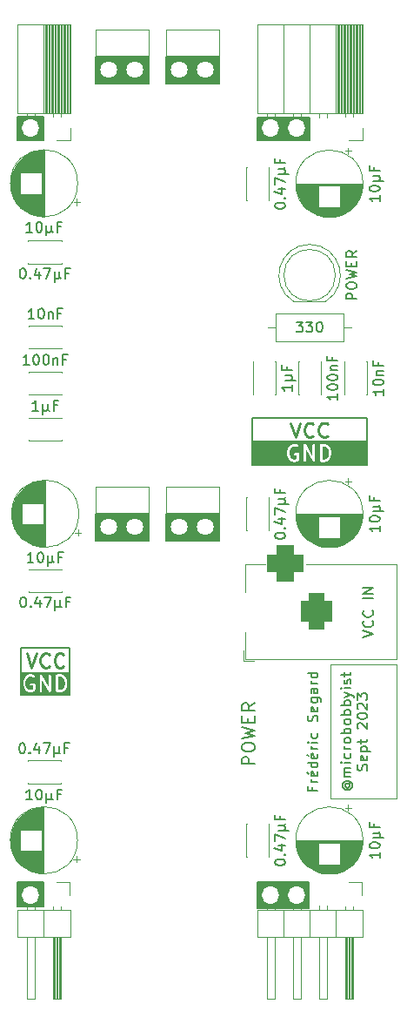
<source format=gto>
G04 #@! TF.GenerationSoftware,KiCad,Pcbnew,7.0.7*
G04 #@! TF.CreationDate,2023-09-11T08:48:11-04:00*
G04 #@! TF.ProjectId,Breadboard supply rail,42726561-6462-46f6-9172-642073757070,rev?*
G04 #@! TF.SameCoordinates,Original*
G04 #@! TF.FileFunction,Legend,Top*
G04 #@! TF.FilePolarity,Positive*
%FSLAX46Y46*%
G04 Gerber Fmt 4.6, Leading zero omitted, Abs format (unit mm)*
G04 Created by KiCad (PCBNEW 7.0.7) date 2023-09-11 08:48:11*
%MOMM*%
%LPD*%
G01*
G04 APERTURE LIST*
G04 Aperture macros list*
%AMRoundRect*
0 Rectangle with rounded corners*
0 $1 Rounding radius*
0 $2 $3 $4 $5 $6 $7 $8 $9 X,Y pos of 4 corners*
0 Add a 4 corners polygon primitive as box body*
4,1,4,$2,$3,$4,$5,$6,$7,$8,$9,$2,$3,0*
0 Add four circle primitives for the rounded corners*
1,1,$1+$1,$2,$3*
1,1,$1+$1,$4,$5*
1,1,$1+$1,$6,$7*
1,1,$1+$1,$8,$9*
0 Add four rect primitives between the rounded corners*
20,1,$1+$1,$2,$3,$4,$5,0*
20,1,$1+$1,$4,$5,$6,$7,0*
20,1,$1+$1,$6,$7,$8,$9,0*
20,1,$1+$1,$8,$9,$2,$3,0*%
G04 Aperture macros list end*
%ADD10C,0.150000*%
%ADD11C,0.203200*%
%ADD12C,0.127000*%
%ADD13C,0.228600*%
%ADD14C,0.120000*%
%ADD15R,1.600000X1.600000*%
%ADD16C,1.600000*%
%ADD17C,2.600000*%
%ADD18R,1.700000X1.700000*%
%ADD19O,1.700000X1.700000*%
%ADD20R,1.635000X1.635000*%
%ADD21C,1.635000*%
%ADD22O,1.600000X1.600000*%
%ADD23R,1.800000X1.800000*%
%ADD24C,1.800000*%
%ADD25R,3.500000X3.500000*%
%ADD26RoundRect,0.750000X0.750000X1.000000X-0.750000X1.000000X-0.750000X-1.000000X0.750000X-1.000000X0*%
%ADD27RoundRect,0.875000X0.875000X0.875000X-0.875000X0.875000X-0.875000X-0.875000X0.875000X-0.875000X0*%
G04 APERTURE END LIST*
D10*
X131876800Y-114655600D02*
X136652000Y-114655600D01*
X136652000Y-119176800D01*
X131876800Y-119176800D01*
X131876800Y-114655600D01*
D11*
X154432000Y-92329000D02*
X165582600Y-92329000D01*
X165582600Y-96850200D01*
X154432000Y-96850200D01*
X154432000Y-92329000D01*
D10*
X165582600Y-94589600D02*
X154432000Y-94589600D01*
D12*
X139132000Y-101600000D02*
X144322800Y-101600000D01*
X144322800Y-104200000D01*
X139132000Y-104200000D01*
X139132000Y-101600000D01*
G36*
X139132000Y-101600000D02*
G01*
X144322800Y-101600000D01*
X144322800Y-104200000D01*
X139132000Y-104200000D01*
X139132000Y-101600000D01*
G37*
X139132000Y-57150000D02*
X144322800Y-57150000D01*
X144322800Y-59750000D01*
X139132000Y-59750000D01*
X139132000Y-57150000D01*
G36*
X139132000Y-57150000D02*
G01*
X144322800Y-57150000D01*
X144322800Y-59750000D01*
X139132000Y-59750000D01*
X139132000Y-57150000D01*
G37*
D10*
X131572000Y-62992000D02*
X134112000Y-62992000D01*
X134112000Y-65278000D01*
X131572000Y-65278000D01*
X131572000Y-62992000D01*
G36*
X131572000Y-62992000D02*
G01*
X134112000Y-62992000D01*
X134112000Y-65278000D01*
X131572000Y-65278000D01*
X131572000Y-62992000D01*
G37*
D12*
X145994600Y-101600000D02*
X151185400Y-101600000D01*
X151185400Y-104200000D01*
X145994600Y-104200000D01*
X145994600Y-101600000D01*
G36*
X145994600Y-101600000D02*
G01*
X151185400Y-101600000D01*
X151185400Y-104200000D01*
X145994600Y-104200000D01*
X145994600Y-101600000D01*
G37*
X154889200Y-137414000D02*
X159936800Y-137414000D01*
X159936800Y-139921600D01*
X154889200Y-139921600D01*
X154889200Y-137414000D01*
G36*
X154889200Y-137414000D02*
G01*
X159936800Y-137414000D01*
X159936800Y-139921600D01*
X154889200Y-139921600D01*
X154889200Y-137414000D01*
G37*
D10*
X131572000Y-137414000D02*
X134112000Y-137414000D01*
X134112000Y-139827000D01*
X131572000Y-139827000D01*
X131572000Y-137414000D01*
G36*
X131572000Y-137414000D02*
G01*
X134112000Y-137414000D01*
X134112000Y-139827000D01*
X131572000Y-139827000D01*
X131572000Y-137414000D01*
G37*
X162306000Y-94589600D02*
X165582600Y-94589600D01*
X165582600Y-96850200D01*
X162306000Y-96850200D01*
X162306000Y-94589600D01*
G36*
X162306000Y-94589600D02*
G01*
X165582600Y-94589600D01*
X165582600Y-96850200D01*
X162306000Y-96850200D01*
X162306000Y-94589600D01*
G37*
X154432000Y-94589600D02*
X157657800Y-94589600D01*
X157657800Y-96850200D01*
X154432000Y-96850200D01*
X154432000Y-94589600D01*
G36*
X154432000Y-94589600D02*
G01*
X157657800Y-94589600D01*
X157657800Y-96850200D01*
X154432000Y-96850200D01*
X154432000Y-94589600D01*
G37*
D12*
X145994600Y-57145000D02*
X151185400Y-57145000D01*
X151185400Y-59745000D01*
X145994600Y-59745000D01*
X145994600Y-57145000D01*
G36*
X145994600Y-57145000D02*
G01*
X151185400Y-57145000D01*
X151185400Y-59745000D01*
X145994600Y-59745000D01*
X145994600Y-57145000D01*
G37*
X154889200Y-63051400D02*
X160029200Y-63051400D01*
X160029200Y-65245000D01*
X154889200Y-65245000D01*
X154889200Y-63051400D01*
G36*
X154889200Y-63051400D02*
G01*
X160029200Y-63051400D01*
X160029200Y-65245000D01*
X154889200Y-65245000D01*
X154889200Y-63051400D01*
G37*
D13*
G36*
X161649172Y-95099616D02*
G01*
X161762118Y-95212562D01*
X161820784Y-95329895D01*
X161886900Y-95594356D01*
X161886900Y-95783929D01*
X161820784Y-96048390D01*
X161762118Y-96165723D01*
X161649172Y-96278669D01*
X161474650Y-96336843D01*
X161244643Y-96336843D01*
X161244643Y-95041443D01*
X161474650Y-95041443D01*
X161649172Y-95099616D01*
G37*
G36*
X162333214Y-96783157D02*
G01*
X157605186Y-96783157D01*
X157605186Y-95798000D01*
X157822900Y-95798000D01*
X157823775Y-95800982D01*
X157826313Y-95825722D01*
X157898885Y-96116008D01*
X157900913Y-96119465D01*
X157907539Y-96139402D01*
X157980110Y-96284546D01*
X157981568Y-96286114D01*
X157982024Y-96288207D01*
X158001521Y-96314251D01*
X158146664Y-96459394D01*
X158155757Y-96464359D01*
X158162256Y-96472431D01*
X158191341Y-96487007D01*
X158409056Y-96559578D01*
X158411196Y-96559655D01*
X158412998Y-96560813D01*
X158445200Y-96565443D01*
X158590343Y-96565443D01*
X158592398Y-96564839D01*
X158594474Y-96565368D01*
X158626488Y-96559578D01*
X158844202Y-96487006D01*
X158852708Y-96481093D01*
X158862835Y-96478891D01*
X158888879Y-96459394D01*
X158897130Y-96451143D01*
X159419472Y-96451143D01*
X159437617Y-96512938D01*
X159486290Y-96555114D01*
X159550039Y-96564280D01*
X159608623Y-96537525D01*
X159643442Y-96483345D01*
X159648072Y-96451143D01*
X159648072Y-95357547D01*
X160305389Y-96507852D01*
X160307607Y-96509985D01*
X160308474Y-96512938D01*
X160330648Y-96532152D01*
X160351802Y-96552503D01*
X160354821Y-96553098D01*
X160357147Y-96555114D01*
X160386193Y-96559290D01*
X160414987Y-96564973D01*
X160417849Y-96563841D01*
X160420896Y-96564280D01*
X160447586Y-96552090D01*
X160474885Y-96541303D01*
X160476682Y-96538802D01*
X160479480Y-96537525D01*
X160495338Y-96512848D01*
X160512476Y-96489007D01*
X160512636Y-96485932D01*
X160514299Y-96483345D01*
X160518929Y-96451143D01*
X161016043Y-96451143D01*
X161018393Y-96459148D01*
X161017206Y-96467410D01*
X161027326Y-96489570D01*
X161034188Y-96512938D01*
X161040493Y-96518402D01*
X161043961Y-96525994D01*
X161064453Y-96539163D01*
X161082861Y-96555114D01*
X161091121Y-96556301D01*
X161098141Y-96560813D01*
X161130343Y-96565443D01*
X161493200Y-96565443D01*
X161495255Y-96564839D01*
X161497331Y-96565368D01*
X161529345Y-96559578D01*
X161747059Y-96487006D01*
X161755565Y-96481093D01*
X161765692Y-96478891D01*
X161791736Y-96459394D01*
X161936879Y-96314251D01*
X161937905Y-96312371D01*
X161939748Y-96311277D01*
X161958290Y-96284545D01*
X162030861Y-96139402D01*
X162031570Y-96135456D01*
X162039515Y-96116008D01*
X162112087Y-95825722D01*
X162111960Y-95822615D01*
X162115500Y-95798000D01*
X162115500Y-95580286D01*
X162114624Y-95577303D01*
X162112087Y-95552564D01*
X162039515Y-95262278D01*
X162037486Y-95258820D01*
X162030861Y-95238884D01*
X161958290Y-95093741D01*
X161956831Y-95092173D01*
X161956376Y-95090079D01*
X161936879Y-95064035D01*
X161791736Y-94918892D01*
X161782642Y-94913926D01*
X161776144Y-94905855D01*
X161747059Y-94891280D01*
X161529345Y-94818708D01*
X161527203Y-94818630D01*
X161525402Y-94817473D01*
X161493200Y-94812843D01*
X161130343Y-94812843D01*
X161122337Y-94815193D01*
X161114076Y-94814006D01*
X161091915Y-94824126D01*
X161068548Y-94830988D01*
X161063083Y-94837293D01*
X161055492Y-94840761D01*
X161042322Y-94861253D01*
X161026372Y-94879661D01*
X161025184Y-94887921D01*
X161020673Y-94894941D01*
X161016043Y-94927143D01*
X161016043Y-96451143D01*
X160518929Y-96451143D01*
X160518929Y-94927143D01*
X160500784Y-94865348D01*
X160452111Y-94823172D01*
X160388362Y-94814006D01*
X160329778Y-94840761D01*
X160294959Y-94894941D01*
X160290329Y-94927143D01*
X160290329Y-96020739D01*
X159633012Y-94870434D01*
X159630793Y-94868300D01*
X159629927Y-94865348D01*
X159607746Y-94846128D01*
X159586599Y-94825784D01*
X159583580Y-94825188D01*
X159581254Y-94823172D01*
X159552199Y-94818994D01*
X159523414Y-94813313D01*
X159520551Y-94814444D01*
X159517505Y-94814006D01*
X159490811Y-94826196D01*
X159463517Y-94836983D01*
X159461720Y-94839482D01*
X159458921Y-94840761D01*
X159443053Y-94865450D01*
X159425926Y-94889279D01*
X159425765Y-94892351D01*
X159424102Y-94894941D01*
X159419472Y-94927143D01*
X159419472Y-96451143D01*
X158897130Y-96451143D01*
X158961451Y-96386823D01*
X158975003Y-96362002D01*
X158990299Y-96338202D01*
X158991121Y-96332484D01*
X158992316Y-96330296D01*
X158992023Y-96326207D01*
X158994929Y-96306000D01*
X158994929Y-95798000D01*
X158992578Y-95789994D01*
X158993766Y-95781733D01*
X158983645Y-95759572D01*
X158976784Y-95736205D01*
X158970478Y-95730740D01*
X158967011Y-95723149D01*
X158946518Y-95709979D01*
X158928111Y-95694029D01*
X158919850Y-95692841D01*
X158912831Y-95688330D01*
X158880629Y-95683700D01*
X158590343Y-95683700D01*
X158528548Y-95701845D01*
X158486372Y-95750518D01*
X158477206Y-95814267D01*
X158503961Y-95872851D01*
X158558141Y-95907670D01*
X158590343Y-95912300D01*
X158766329Y-95912300D01*
X158766329Y-96258655D01*
X158746315Y-96278669D01*
X158571793Y-96336843D01*
X158463747Y-96336843D01*
X158289227Y-96278669D01*
X158176281Y-96165723D01*
X158117615Y-96048392D01*
X158051500Y-95783929D01*
X158051500Y-95594356D01*
X158117615Y-95329893D01*
X158176281Y-95212562D01*
X158289227Y-95099616D01*
X158463747Y-95041443D01*
X158635932Y-95041443D01*
X158756941Y-95101947D01*
X158820327Y-95113353D01*
X158879817Y-95088681D01*
X158916525Y-95035761D01*
X158918794Y-94971397D01*
X158885906Y-94916023D01*
X158859174Y-94897481D01*
X158714032Y-94824910D01*
X158703833Y-94823074D01*
X158695117Y-94817473D01*
X158662915Y-94812843D01*
X158445200Y-94812843D01*
X158443144Y-94813446D01*
X158441069Y-94812918D01*
X158409056Y-94818708D01*
X158191341Y-94891279D01*
X158182832Y-94897192D01*
X158172708Y-94899395D01*
X158146664Y-94918892D01*
X158001521Y-95064035D01*
X158000494Y-95065914D01*
X157998652Y-95067009D01*
X157980110Y-95093740D01*
X157907539Y-95238884D01*
X157906828Y-95242830D01*
X157898885Y-95262278D01*
X157826313Y-95552564D01*
X157826439Y-95555670D01*
X157822900Y-95580286D01*
X157822900Y-95798000D01*
X157605186Y-95798000D01*
X157605186Y-94595129D01*
X162333214Y-94595129D01*
X162333214Y-96783157D01*
G37*
G36*
X135944372Y-117502416D02*
G01*
X136057318Y-117615362D01*
X136115984Y-117732695D01*
X136182100Y-117997156D01*
X136182100Y-118186729D01*
X136115984Y-118451190D01*
X136057318Y-118568523D01*
X135944372Y-118681469D01*
X135769850Y-118739643D01*
X135539843Y-118739643D01*
X135539843Y-117444243D01*
X135769850Y-117444243D01*
X135944372Y-117502416D01*
G37*
G36*
X136628414Y-119185957D02*
G01*
X131900386Y-119185957D01*
X131900386Y-118200800D01*
X132118100Y-118200800D01*
X132118975Y-118203782D01*
X132121513Y-118228522D01*
X132194085Y-118518808D01*
X132196113Y-118522265D01*
X132202739Y-118542202D01*
X132275310Y-118687346D01*
X132276768Y-118688914D01*
X132277224Y-118691007D01*
X132296721Y-118717051D01*
X132441864Y-118862194D01*
X132450957Y-118867159D01*
X132457456Y-118875231D01*
X132486541Y-118889807D01*
X132704256Y-118962378D01*
X132706396Y-118962455D01*
X132708198Y-118963613D01*
X132740400Y-118968243D01*
X132885543Y-118968243D01*
X132887598Y-118967639D01*
X132889674Y-118968168D01*
X132921688Y-118962378D01*
X133139402Y-118889806D01*
X133147908Y-118883893D01*
X133158035Y-118881691D01*
X133184079Y-118862194D01*
X133192330Y-118853943D01*
X133714672Y-118853943D01*
X133732817Y-118915738D01*
X133781490Y-118957914D01*
X133845239Y-118967080D01*
X133903823Y-118940325D01*
X133938642Y-118886145D01*
X133943272Y-118853943D01*
X133943272Y-117760347D01*
X134600589Y-118910652D01*
X134602807Y-118912785D01*
X134603674Y-118915738D01*
X134625848Y-118934952D01*
X134647002Y-118955303D01*
X134650021Y-118955898D01*
X134652347Y-118957914D01*
X134681393Y-118962090D01*
X134710187Y-118967773D01*
X134713049Y-118966641D01*
X134716096Y-118967080D01*
X134742786Y-118954890D01*
X134770085Y-118944103D01*
X134771882Y-118941602D01*
X134774680Y-118940325D01*
X134790538Y-118915648D01*
X134807676Y-118891807D01*
X134807836Y-118888732D01*
X134809499Y-118886145D01*
X134814129Y-118853943D01*
X135311243Y-118853943D01*
X135313593Y-118861948D01*
X135312406Y-118870210D01*
X135322526Y-118892370D01*
X135329388Y-118915738D01*
X135335693Y-118921202D01*
X135339161Y-118928794D01*
X135359653Y-118941963D01*
X135378061Y-118957914D01*
X135386321Y-118959101D01*
X135393341Y-118963613D01*
X135425543Y-118968243D01*
X135788400Y-118968243D01*
X135790455Y-118967639D01*
X135792531Y-118968168D01*
X135824545Y-118962378D01*
X136042259Y-118889806D01*
X136050765Y-118883893D01*
X136060892Y-118881691D01*
X136086936Y-118862194D01*
X136232079Y-118717051D01*
X136233105Y-118715171D01*
X136234948Y-118714077D01*
X136253490Y-118687345D01*
X136326061Y-118542202D01*
X136326770Y-118538256D01*
X136334715Y-118518808D01*
X136407287Y-118228522D01*
X136407160Y-118225415D01*
X136410700Y-118200800D01*
X136410700Y-117983086D01*
X136409824Y-117980103D01*
X136407287Y-117955364D01*
X136334715Y-117665078D01*
X136332686Y-117661620D01*
X136326061Y-117641684D01*
X136253490Y-117496541D01*
X136252031Y-117494973D01*
X136251576Y-117492879D01*
X136232079Y-117466835D01*
X136086936Y-117321692D01*
X136077842Y-117316726D01*
X136071344Y-117308655D01*
X136042259Y-117294080D01*
X135824545Y-117221508D01*
X135822403Y-117221430D01*
X135820602Y-117220273D01*
X135788400Y-117215643D01*
X135425543Y-117215643D01*
X135417537Y-117217993D01*
X135409276Y-117216806D01*
X135387115Y-117226926D01*
X135363748Y-117233788D01*
X135358283Y-117240093D01*
X135350692Y-117243561D01*
X135337522Y-117264053D01*
X135321572Y-117282461D01*
X135320384Y-117290721D01*
X135315873Y-117297741D01*
X135311243Y-117329943D01*
X135311243Y-118853943D01*
X134814129Y-118853943D01*
X134814129Y-117329943D01*
X134795984Y-117268148D01*
X134747311Y-117225972D01*
X134683562Y-117216806D01*
X134624978Y-117243561D01*
X134590159Y-117297741D01*
X134585529Y-117329943D01*
X134585529Y-118423539D01*
X133928212Y-117273234D01*
X133925993Y-117271100D01*
X133925127Y-117268148D01*
X133902946Y-117248928D01*
X133881799Y-117228584D01*
X133878780Y-117227988D01*
X133876454Y-117225972D01*
X133847399Y-117221794D01*
X133818614Y-117216113D01*
X133815751Y-117217244D01*
X133812705Y-117216806D01*
X133786011Y-117228996D01*
X133758717Y-117239783D01*
X133756920Y-117242282D01*
X133754121Y-117243561D01*
X133738253Y-117268250D01*
X133721126Y-117292079D01*
X133720965Y-117295151D01*
X133719302Y-117297741D01*
X133714672Y-117329943D01*
X133714672Y-118853943D01*
X133192330Y-118853943D01*
X133256651Y-118789623D01*
X133270203Y-118764802D01*
X133285499Y-118741002D01*
X133286321Y-118735284D01*
X133287516Y-118733096D01*
X133287223Y-118729007D01*
X133290129Y-118708800D01*
X133290129Y-118200800D01*
X133287778Y-118192794D01*
X133288966Y-118184533D01*
X133278845Y-118162372D01*
X133271984Y-118139005D01*
X133265678Y-118133540D01*
X133262211Y-118125949D01*
X133241718Y-118112779D01*
X133223311Y-118096829D01*
X133215050Y-118095641D01*
X133208031Y-118091130D01*
X133175829Y-118086500D01*
X132885543Y-118086500D01*
X132823748Y-118104645D01*
X132781572Y-118153318D01*
X132772406Y-118217067D01*
X132799161Y-118275651D01*
X132853341Y-118310470D01*
X132885543Y-118315100D01*
X133061529Y-118315100D01*
X133061528Y-118661455D01*
X133041515Y-118681469D01*
X132866993Y-118739643D01*
X132758947Y-118739643D01*
X132584427Y-118681469D01*
X132471481Y-118568523D01*
X132412815Y-118451192D01*
X132346700Y-118186729D01*
X132346700Y-117997156D01*
X132412815Y-117732693D01*
X132471481Y-117615362D01*
X132584427Y-117502416D01*
X132758947Y-117444243D01*
X132931132Y-117444243D01*
X133052141Y-117504747D01*
X133115527Y-117516153D01*
X133175017Y-117491481D01*
X133211725Y-117438561D01*
X133213994Y-117374197D01*
X133181106Y-117318823D01*
X133154374Y-117300281D01*
X133009232Y-117227710D01*
X132999033Y-117225874D01*
X132990317Y-117220273D01*
X132958115Y-117215643D01*
X132740400Y-117215643D01*
X132738344Y-117216246D01*
X132736269Y-117215718D01*
X132704256Y-117221508D01*
X132486541Y-117294079D01*
X132478032Y-117299992D01*
X132467908Y-117302195D01*
X132441864Y-117321692D01*
X132296721Y-117466835D01*
X132295694Y-117468714D01*
X132293852Y-117469809D01*
X132275310Y-117496540D01*
X132202739Y-117641684D01*
X132202028Y-117645630D01*
X132194085Y-117665078D01*
X132121513Y-117955364D01*
X132121639Y-117958470D01*
X132118100Y-117983086D01*
X132118100Y-118200800D01*
X131900386Y-118200800D01*
X131900386Y-116997929D01*
X136628414Y-116997929D01*
X136628414Y-119185957D01*
G37*
X132452533Y-115162990D02*
X132918200Y-116559990D01*
X132918200Y-116559990D02*
X133383866Y-115162990D01*
X134647819Y-116426943D02*
X134581295Y-116493467D01*
X134581295Y-116493467D02*
X134381724Y-116559990D01*
X134381724Y-116559990D02*
X134248676Y-116559990D01*
X134248676Y-116559990D02*
X134049105Y-116493467D01*
X134049105Y-116493467D02*
X133916057Y-116360419D01*
X133916057Y-116360419D02*
X133849534Y-116227371D01*
X133849534Y-116227371D02*
X133783010Y-115961276D01*
X133783010Y-115961276D02*
X133783010Y-115761705D01*
X133783010Y-115761705D02*
X133849534Y-115495609D01*
X133849534Y-115495609D02*
X133916057Y-115362562D01*
X133916057Y-115362562D02*
X134049105Y-115229514D01*
X134049105Y-115229514D02*
X134248676Y-115162990D01*
X134248676Y-115162990D02*
X134381724Y-115162990D01*
X134381724Y-115162990D02*
X134581295Y-115229514D01*
X134581295Y-115229514D02*
X134647819Y-115296038D01*
X136044819Y-116426943D02*
X135978295Y-116493467D01*
X135978295Y-116493467D02*
X135778724Y-116559990D01*
X135778724Y-116559990D02*
X135645676Y-116559990D01*
X135645676Y-116559990D02*
X135446105Y-116493467D01*
X135446105Y-116493467D02*
X135313057Y-116360419D01*
X135313057Y-116360419D02*
X135246534Y-116227371D01*
X135246534Y-116227371D02*
X135180010Y-115961276D01*
X135180010Y-115961276D02*
X135180010Y-115761705D01*
X135180010Y-115761705D02*
X135246534Y-115495609D01*
X135246534Y-115495609D02*
X135313057Y-115362562D01*
X135313057Y-115362562D02*
X135446105Y-115229514D01*
X135446105Y-115229514D02*
X135645676Y-115162990D01*
X135645676Y-115162990D02*
X135778724Y-115162990D01*
X135778724Y-115162990D02*
X135978295Y-115229514D01*
X135978295Y-115229514D02*
X136044819Y-115296038D01*
X158157333Y-92760190D02*
X158623000Y-94157190D01*
X158623000Y-94157190D02*
X159088666Y-92760190D01*
X160352619Y-94024143D02*
X160286095Y-94090667D01*
X160286095Y-94090667D02*
X160086524Y-94157190D01*
X160086524Y-94157190D02*
X159953476Y-94157190D01*
X159953476Y-94157190D02*
X159753905Y-94090667D01*
X159753905Y-94090667D02*
X159620857Y-93957619D01*
X159620857Y-93957619D02*
X159554334Y-93824571D01*
X159554334Y-93824571D02*
X159487810Y-93558476D01*
X159487810Y-93558476D02*
X159487810Y-93358905D01*
X159487810Y-93358905D02*
X159554334Y-93092809D01*
X159554334Y-93092809D02*
X159620857Y-92959762D01*
X159620857Y-92959762D02*
X159753905Y-92826714D01*
X159753905Y-92826714D02*
X159953476Y-92760190D01*
X159953476Y-92760190D02*
X160086524Y-92760190D01*
X160086524Y-92760190D02*
X160286095Y-92826714D01*
X160286095Y-92826714D02*
X160352619Y-92893238D01*
X161749619Y-94024143D02*
X161683095Y-94090667D01*
X161683095Y-94090667D02*
X161483524Y-94157190D01*
X161483524Y-94157190D02*
X161350476Y-94157190D01*
X161350476Y-94157190D02*
X161150905Y-94090667D01*
X161150905Y-94090667D02*
X161017857Y-93957619D01*
X161017857Y-93957619D02*
X160951334Y-93824571D01*
X160951334Y-93824571D02*
X160884810Y-93558476D01*
X160884810Y-93558476D02*
X160884810Y-93358905D01*
X160884810Y-93358905D02*
X160951334Y-93092809D01*
X160951334Y-93092809D02*
X161017857Y-92959762D01*
X161017857Y-92959762D02*
X161150905Y-92826714D01*
X161150905Y-92826714D02*
X161350476Y-92760190D01*
X161350476Y-92760190D02*
X161483524Y-92760190D01*
X161483524Y-92760190D02*
X161683095Y-92826714D01*
X161683095Y-92826714D02*
X161749619Y-92893238D01*
D10*
X160270008Y-128213762D02*
X160270008Y-128547095D01*
X160793818Y-128547095D02*
X159793818Y-128547095D01*
X159793818Y-128547095D02*
X159793818Y-128070905D01*
X160793818Y-127689952D02*
X160127151Y-127689952D01*
X160317627Y-127689952D02*
X160222389Y-127642333D01*
X160222389Y-127642333D02*
X160174770Y-127594714D01*
X160174770Y-127594714D02*
X160127151Y-127499476D01*
X160127151Y-127499476D02*
X160127151Y-127404238D01*
X160746199Y-126689952D02*
X160793818Y-126785190D01*
X160793818Y-126785190D02*
X160793818Y-126975666D01*
X160793818Y-126975666D02*
X160746199Y-127070904D01*
X160746199Y-127070904D02*
X160650960Y-127118523D01*
X160650960Y-127118523D02*
X160270008Y-127118523D01*
X160270008Y-127118523D02*
X160174770Y-127070904D01*
X160174770Y-127070904D02*
X160127151Y-126975666D01*
X160127151Y-126975666D02*
X160127151Y-126785190D01*
X160127151Y-126785190D02*
X160174770Y-126689952D01*
X160174770Y-126689952D02*
X160270008Y-126642333D01*
X160270008Y-126642333D02*
X160365246Y-126642333D01*
X160365246Y-126642333D02*
X160460484Y-127118523D01*
X159746199Y-126785190D02*
X159889056Y-126928047D01*
X160793818Y-125785190D02*
X159793818Y-125785190D01*
X160746199Y-125785190D02*
X160793818Y-125880428D01*
X160793818Y-125880428D02*
X160793818Y-126070904D01*
X160793818Y-126070904D02*
X160746199Y-126166142D01*
X160746199Y-126166142D02*
X160698579Y-126213761D01*
X160698579Y-126213761D02*
X160603341Y-126261380D01*
X160603341Y-126261380D02*
X160317627Y-126261380D01*
X160317627Y-126261380D02*
X160222389Y-126213761D01*
X160222389Y-126213761D02*
X160174770Y-126166142D01*
X160174770Y-126166142D02*
X160127151Y-126070904D01*
X160127151Y-126070904D02*
X160127151Y-125880428D01*
X160127151Y-125880428D02*
X160174770Y-125785190D01*
X160746199Y-124928047D02*
X160793818Y-125023285D01*
X160793818Y-125023285D02*
X160793818Y-125213761D01*
X160793818Y-125213761D02*
X160746199Y-125308999D01*
X160746199Y-125308999D02*
X160650960Y-125356618D01*
X160650960Y-125356618D02*
X160270008Y-125356618D01*
X160270008Y-125356618D02*
X160174770Y-125308999D01*
X160174770Y-125308999D02*
X160127151Y-125213761D01*
X160127151Y-125213761D02*
X160127151Y-125023285D01*
X160127151Y-125023285D02*
X160174770Y-124928047D01*
X160174770Y-124928047D02*
X160270008Y-124880428D01*
X160270008Y-124880428D02*
X160365246Y-124880428D01*
X160365246Y-124880428D02*
X160460484Y-125356618D01*
X159746199Y-125023285D02*
X159889056Y-125166142D01*
X160793818Y-124451856D02*
X160127151Y-124451856D01*
X160317627Y-124451856D02*
X160222389Y-124404237D01*
X160222389Y-124404237D02*
X160174770Y-124356618D01*
X160174770Y-124356618D02*
X160127151Y-124261380D01*
X160127151Y-124261380D02*
X160127151Y-124166142D01*
X160793818Y-123832808D02*
X160127151Y-123832808D01*
X159793818Y-123832808D02*
X159841437Y-123880427D01*
X159841437Y-123880427D02*
X159889056Y-123832808D01*
X159889056Y-123832808D02*
X159841437Y-123785189D01*
X159841437Y-123785189D02*
X159793818Y-123832808D01*
X159793818Y-123832808D02*
X159889056Y-123832808D01*
X160746199Y-122928047D02*
X160793818Y-123023285D01*
X160793818Y-123023285D02*
X160793818Y-123213761D01*
X160793818Y-123213761D02*
X160746199Y-123308999D01*
X160746199Y-123308999D02*
X160698579Y-123356618D01*
X160698579Y-123356618D02*
X160603341Y-123404237D01*
X160603341Y-123404237D02*
X160317627Y-123404237D01*
X160317627Y-123404237D02*
X160222389Y-123356618D01*
X160222389Y-123356618D02*
X160174770Y-123308999D01*
X160174770Y-123308999D02*
X160127151Y-123213761D01*
X160127151Y-123213761D02*
X160127151Y-123023285D01*
X160127151Y-123023285D02*
X160174770Y-122928047D01*
X160746199Y-121785189D02*
X160793818Y-121642332D01*
X160793818Y-121642332D02*
X160793818Y-121404237D01*
X160793818Y-121404237D02*
X160746199Y-121308999D01*
X160746199Y-121308999D02*
X160698579Y-121261380D01*
X160698579Y-121261380D02*
X160603341Y-121213761D01*
X160603341Y-121213761D02*
X160508103Y-121213761D01*
X160508103Y-121213761D02*
X160412865Y-121261380D01*
X160412865Y-121261380D02*
X160365246Y-121308999D01*
X160365246Y-121308999D02*
X160317627Y-121404237D01*
X160317627Y-121404237D02*
X160270008Y-121594713D01*
X160270008Y-121594713D02*
X160222389Y-121689951D01*
X160222389Y-121689951D02*
X160174770Y-121737570D01*
X160174770Y-121737570D02*
X160079532Y-121785189D01*
X160079532Y-121785189D02*
X159984294Y-121785189D01*
X159984294Y-121785189D02*
X159889056Y-121737570D01*
X159889056Y-121737570D02*
X159841437Y-121689951D01*
X159841437Y-121689951D02*
X159793818Y-121594713D01*
X159793818Y-121594713D02*
X159793818Y-121356618D01*
X159793818Y-121356618D02*
X159841437Y-121213761D01*
X160746199Y-120404237D02*
X160793818Y-120499475D01*
X160793818Y-120499475D02*
X160793818Y-120689951D01*
X160793818Y-120689951D02*
X160746199Y-120785189D01*
X160746199Y-120785189D02*
X160650960Y-120832808D01*
X160650960Y-120832808D02*
X160270008Y-120832808D01*
X160270008Y-120832808D02*
X160174770Y-120785189D01*
X160174770Y-120785189D02*
X160127151Y-120689951D01*
X160127151Y-120689951D02*
X160127151Y-120499475D01*
X160127151Y-120499475D02*
X160174770Y-120404237D01*
X160174770Y-120404237D02*
X160270008Y-120356618D01*
X160270008Y-120356618D02*
X160365246Y-120356618D01*
X160365246Y-120356618D02*
X160460484Y-120832808D01*
X160127151Y-119499475D02*
X160936675Y-119499475D01*
X160936675Y-119499475D02*
X161031913Y-119547094D01*
X161031913Y-119547094D02*
X161079532Y-119594713D01*
X161079532Y-119594713D02*
X161127151Y-119689951D01*
X161127151Y-119689951D02*
X161127151Y-119832808D01*
X161127151Y-119832808D02*
X161079532Y-119928046D01*
X160746199Y-119499475D02*
X160793818Y-119594713D01*
X160793818Y-119594713D02*
X160793818Y-119785189D01*
X160793818Y-119785189D02*
X160746199Y-119880427D01*
X160746199Y-119880427D02*
X160698579Y-119928046D01*
X160698579Y-119928046D02*
X160603341Y-119975665D01*
X160603341Y-119975665D02*
X160317627Y-119975665D01*
X160317627Y-119975665D02*
X160222389Y-119928046D01*
X160222389Y-119928046D02*
X160174770Y-119880427D01*
X160174770Y-119880427D02*
X160127151Y-119785189D01*
X160127151Y-119785189D02*
X160127151Y-119594713D01*
X160127151Y-119594713D02*
X160174770Y-119499475D01*
X160793818Y-118594713D02*
X160270008Y-118594713D01*
X160270008Y-118594713D02*
X160174770Y-118642332D01*
X160174770Y-118642332D02*
X160127151Y-118737570D01*
X160127151Y-118737570D02*
X160127151Y-118928046D01*
X160127151Y-118928046D02*
X160174770Y-119023284D01*
X160746199Y-118594713D02*
X160793818Y-118689951D01*
X160793818Y-118689951D02*
X160793818Y-118928046D01*
X160793818Y-118928046D02*
X160746199Y-119023284D01*
X160746199Y-119023284D02*
X160650960Y-119070903D01*
X160650960Y-119070903D02*
X160555722Y-119070903D01*
X160555722Y-119070903D02*
X160460484Y-119023284D01*
X160460484Y-119023284D02*
X160412865Y-118928046D01*
X160412865Y-118928046D02*
X160412865Y-118689951D01*
X160412865Y-118689951D02*
X160365246Y-118594713D01*
X160793818Y-118118522D02*
X160127151Y-118118522D01*
X160317627Y-118118522D02*
X160222389Y-118070903D01*
X160222389Y-118070903D02*
X160174770Y-118023284D01*
X160174770Y-118023284D02*
X160127151Y-117928046D01*
X160127151Y-117928046D02*
X160127151Y-117832808D01*
X160793818Y-117070903D02*
X159793818Y-117070903D01*
X160746199Y-117070903D02*
X160793818Y-117166141D01*
X160793818Y-117166141D02*
X160793818Y-117356617D01*
X160793818Y-117356617D02*
X160746199Y-117451855D01*
X160746199Y-117451855D02*
X160698579Y-117499474D01*
X160698579Y-117499474D02*
X160603341Y-117547093D01*
X160603341Y-117547093D02*
X160317627Y-117547093D01*
X160317627Y-117547093D02*
X160222389Y-117499474D01*
X160222389Y-117499474D02*
X160174770Y-117451855D01*
X160174770Y-117451855D02*
X160127151Y-117356617D01*
X160127151Y-117356617D02*
X160127151Y-117166141D01*
X160127151Y-117166141D02*
X160174770Y-117070903D01*
X163537627Y-127809000D02*
X163490008Y-127856619D01*
X163490008Y-127856619D02*
X163442389Y-127951857D01*
X163442389Y-127951857D02*
X163442389Y-128047095D01*
X163442389Y-128047095D02*
X163490008Y-128142333D01*
X163490008Y-128142333D02*
X163537627Y-128189952D01*
X163537627Y-128189952D02*
X163632865Y-128237571D01*
X163632865Y-128237571D02*
X163728103Y-128237571D01*
X163728103Y-128237571D02*
X163823341Y-128189952D01*
X163823341Y-128189952D02*
X163870960Y-128142333D01*
X163870960Y-128142333D02*
X163918579Y-128047095D01*
X163918579Y-128047095D02*
X163918579Y-127951857D01*
X163918579Y-127951857D02*
X163870960Y-127856619D01*
X163870960Y-127856619D02*
X163823341Y-127809000D01*
X163442389Y-127809000D02*
X163823341Y-127809000D01*
X163823341Y-127809000D02*
X163870960Y-127761381D01*
X163870960Y-127761381D02*
X163870960Y-127713762D01*
X163870960Y-127713762D02*
X163823341Y-127618523D01*
X163823341Y-127618523D02*
X163728103Y-127570904D01*
X163728103Y-127570904D02*
X163490008Y-127570904D01*
X163490008Y-127570904D02*
X163347151Y-127666143D01*
X163347151Y-127666143D02*
X163251913Y-127809000D01*
X163251913Y-127809000D02*
X163204294Y-127999476D01*
X163204294Y-127999476D02*
X163251913Y-128189952D01*
X163251913Y-128189952D02*
X163347151Y-128332809D01*
X163347151Y-128332809D02*
X163490008Y-128428047D01*
X163490008Y-128428047D02*
X163680484Y-128475666D01*
X163680484Y-128475666D02*
X163870960Y-128428047D01*
X163870960Y-128428047D02*
X164013818Y-128332809D01*
X164013818Y-128332809D02*
X164109056Y-128189952D01*
X164109056Y-128189952D02*
X164156675Y-127999476D01*
X164156675Y-127999476D02*
X164109056Y-127809000D01*
X164109056Y-127809000D02*
X164013818Y-127666143D01*
X164013818Y-127142333D02*
X163347151Y-127142333D01*
X163442389Y-127142333D02*
X163394770Y-127094714D01*
X163394770Y-127094714D02*
X163347151Y-126999476D01*
X163347151Y-126999476D02*
X163347151Y-126856619D01*
X163347151Y-126856619D02*
X163394770Y-126761381D01*
X163394770Y-126761381D02*
X163490008Y-126713762D01*
X163490008Y-126713762D02*
X164013818Y-126713762D01*
X163490008Y-126713762D02*
X163394770Y-126666143D01*
X163394770Y-126666143D02*
X163347151Y-126570905D01*
X163347151Y-126570905D02*
X163347151Y-126428048D01*
X163347151Y-126428048D02*
X163394770Y-126332809D01*
X163394770Y-126332809D02*
X163490008Y-126285190D01*
X163490008Y-126285190D02*
X164013818Y-126285190D01*
X164013818Y-125809000D02*
X163347151Y-125809000D01*
X163013818Y-125809000D02*
X163061437Y-125856619D01*
X163061437Y-125856619D02*
X163109056Y-125809000D01*
X163109056Y-125809000D02*
X163061437Y-125761381D01*
X163061437Y-125761381D02*
X163013818Y-125809000D01*
X163013818Y-125809000D02*
X163109056Y-125809000D01*
X163966199Y-124904239D02*
X164013818Y-124999477D01*
X164013818Y-124999477D02*
X164013818Y-125189953D01*
X164013818Y-125189953D02*
X163966199Y-125285191D01*
X163966199Y-125285191D02*
X163918579Y-125332810D01*
X163918579Y-125332810D02*
X163823341Y-125380429D01*
X163823341Y-125380429D02*
X163537627Y-125380429D01*
X163537627Y-125380429D02*
X163442389Y-125332810D01*
X163442389Y-125332810D02*
X163394770Y-125285191D01*
X163394770Y-125285191D02*
X163347151Y-125189953D01*
X163347151Y-125189953D02*
X163347151Y-124999477D01*
X163347151Y-124999477D02*
X163394770Y-124904239D01*
X164013818Y-124475667D02*
X163347151Y-124475667D01*
X163537627Y-124475667D02*
X163442389Y-124428048D01*
X163442389Y-124428048D02*
X163394770Y-124380429D01*
X163394770Y-124380429D02*
X163347151Y-124285191D01*
X163347151Y-124285191D02*
X163347151Y-124189953D01*
X164013818Y-123713762D02*
X163966199Y-123809000D01*
X163966199Y-123809000D02*
X163918579Y-123856619D01*
X163918579Y-123856619D02*
X163823341Y-123904238D01*
X163823341Y-123904238D02*
X163537627Y-123904238D01*
X163537627Y-123904238D02*
X163442389Y-123856619D01*
X163442389Y-123856619D02*
X163394770Y-123809000D01*
X163394770Y-123809000D02*
X163347151Y-123713762D01*
X163347151Y-123713762D02*
X163347151Y-123570905D01*
X163347151Y-123570905D02*
X163394770Y-123475667D01*
X163394770Y-123475667D02*
X163442389Y-123428048D01*
X163442389Y-123428048D02*
X163537627Y-123380429D01*
X163537627Y-123380429D02*
X163823341Y-123380429D01*
X163823341Y-123380429D02*
X163918579Y-123428048D01*
X163918579Y-123428048D02*
X163966199Y-123475667D01*
X163966199Y-123475667D02*
X164013818Y-123570905D01*
X164013818Y-123570905D02*
X164013818Y-123713762D01*
X164013818Y-122951857D02*
X163013818Y-122951857D01*
X163394770Y-122951857D02*
X163347151Y-122856619D01*
X163347151Y-122856619D02*
X163347151Y-122666143D01*
X163347151Y-122666143D02*
X163394770Y-122570905D01*
X163394770Y-122570905D02*
X163442389Y-122523286D01*
X163442389Y-122523286D02*
X163537627Y-122475667D01*
X163537627Y-122475667D02*
X163823341Y-122475667D01*
X163823341Y-122475667D02*
X163918579Y-122523286D01*
X163918579Y-122523286D02*
X163966199Y-122570905D01*
X163966199Y-122570905D02*
X164013818Y-122666143D01*
X164013818Y-122666143D02*
X164013818Y-122856619D01*
X164013818Y-122856619D02*
X163966199Y-122951857D01*
X164013818Y-121904238D02*
X163966199Y-121999476D01*
X163966199Y-121999476D02*
X163918579Y-122047095D01*
X163918579Y-122047095D02*
X163823341Y-122094714D01*
X163823341Y-122094714D02*
X163537627Y-122094714D01*
X163537627Y-122094714D02*
X163442389Y-122047095D01*
X163442389Y-122047095D02*
X163394770Y-121999476D01*
X163394770Y-121999476D02*
X163347151Y-121904238D01*
X163347151Y-121904238D02*
X163347151Y-121761381D01*
X163347151Y-121761381D02*
X163394770Y-121666143D01*
X163394770Y-121666143D02*
X163442389Y-121618524D01*
X163442389Y-121618524D02*
X163537627Y-121570905D01*
X163537627Y-121570905D02*
X163823341Y-121570905D01*
X163823341Y-121570905D02*
X163918579Y-121618524D01*
X163918579Y-121618524D02*
X163966199Y-121666143D01*
X163966199Y-121666143D02*
X164013818Y-121761381D01*
X164013818Y-121761381D02*
X164013818Y-121904238D01*
X164013818Y-121142333D02*
X163013818Y-121142333D01*
X163394770Y-121142333D02*
X163347151Y-121047095D01*
X163347151Y-121047095D02*
X163347151Y-120856619D01*
X163347151Y-120856619D02*
X163394770Y-120761381D01*
X163394770Y-120761381D02*
X163442389Y-120713762D01*
X163442389Y-120713762D02*
X163537627Y-120666143D01*
X163537627Y-120666143D02*
X163823341Y-120666143D01*
X163823341Y-120666143D02*
X163918579Y-120713762D01*
X163918579Y-120713762D02*
X163966199Y-120761381D01*
X163966199Y-120761381D02*
X164013818Y-120856619D01*
X164013818Y-120856619D02*
X164013818Y-121047095D01*
X164013818Y-121047095D02*
X163966199Y-121142333D01*
X164013818Y-120237571D02*
X163013818Y-120237571D01*
X163394770Y-120237571D02*
X163347151Y-120142333D01*
X163347151Y-120142333D02*
X163347151Y-119951857D01*
X163347151Y-119951857D02*
X163394770Y-119856619D01*
X163394770Y-119856619D02*
X163442389Y-119809000D01*
X163442389Y-119809000D02*
X163537627Y-119761381D01*
X163537627Y-119761381D02*
X163823341Y-119761381D01*
X163823341Y-119761381D02*
X163918579Y-119809000D01*
X163918579Y-119809000D02*
X163966199Y-119856619D01*
X163966199Y-119856619D02*
X164013818Y-119951857D01*
X164013818Y-119951857D02*
X164013818Y-120142333D01*
X164013818Y-120142333D02*
X163966199Y-120237571D01*
X163347151Y-119428047D02*
X164013818Y-119189952D01*
X163347151Y-118951857D02*
X164013818Y-119189952D01*
X164013818Y-119189952D02*
X164251913Y-119285190D01*
X164251913Y-119285190D02*
X164299532Y-119332809D01*
X164299532Y-119332809D02*
X164347151Y-119428047D01*
X164013818Y-118570904D02*
X163347151Y-118570904D01*
X163013818Y-118570904D02*
X163061437Y-118618523D01*
X163061437Y-118618523D02*
X163109056Y-118570904D01*
X163109056Y-118570904D02*
X163061437Y-118523285D01*
X163061437Y-118523285D02*
X163013818Y-118570904D01*
X163013818Y-118570904D02*
X163109056Y-118570904D01*
X163966199Y-118142333D02*
X164013818Y-118047095D01*
X164013818Y-118047095D02*
X164013818Y-117856619D01*
X164013818Y-117856619D02*
X163966199Y-117761381D01*
X163966199Y-117761381D02*
X163870960Y-117713762D01*
X163870960Y-117713762D02*
X163823341Y-117713762D01*
X163823341Y-117713762D02*
X163728103Y-117761381D01*
X163728103Y-117761381D02*
X163680484Y-117856619D01*
X163680484Y-117856619D02*
X163680484Y-117999476D01*
X163680484Y-117999476D02*
X163632865Y-118094714D01*
X163632865Y-118094714D02*
X163537627Y-118142333D01*
X163537627Y-118142333D02*
X163490008Y-118142333D01*
X163490008Y-118142333D02*
X163394770Y-118094714D01*
X163394770Y-118094714D02*
X163347151Y-117999476D01*
X163347151Y-117999476D02*
X163347151Y-117856619D01*
X163347151Y-117856619D02*
X163394770Y-117761381D01*
X163347151Y-117428047D02*
X163347151Y-117047095D01*
X163013818Y-117285190D02*
X163870960Y-117285190D01*
X163870960Y-117285190D02*
X163966199Y-117237571D01*
X163966199Y-117237571D02*
X164013818Y-117142333D01*
X164013818Y-117142333D02*
X164013818Y-117047095D01*
X165576199Y-126547095D02*
X165623818Y-126404238D01*
X165623818Y-126404238D02*
X165623818Y-126166143D01*
X165623818Y-126166143D02*
X165576199Y-126070905D01*
X165576199Y-126070905D02*
X165528579Y-126023286D01*
X165528579Y-126023286D02*
X165433341Y-125975667D01*
X165433341Y-125975667D02*
X165338103Y-125975667D01*
X165338103Y-125975667D02*
X165242865Y-126023286D01*
X165242865Y-126023286D02*
X165195246Y-126070905D01*
X165195246Y-126070905D02*
X165147627Y-126166143D01*
X165147627Y-126166143D02*
X165100008Y-126356619D01*
X165100008Y-126356619D02*
X165052389Y-126451857D01*
X165052389Y-126451857D02*
X165004770Y-126499476D01*
X165004770Y-126499476D02*
X164909532Y-126547095D01*
X164909532Y-126547095D02*
X164814294Y-126547095D01*
X164814294Y-126547095D02*
X164719056Y-126499476D01*
X164719056Y-126499476D02*
X164671437Y-126451857D01*
X164671437Y-126451857D02*
X164623818Y-126356619D01*
X164623818Y-126356619D02*
X164623818Y-126118524D01*
X164623818Y-126118524D02*
X164671437Y-125975667D01*
X165576199Y-125166143D02*
X165623818Y-125261381D01*
X165623818Y-125261381D02*
X165623818Y-125451857D01*
X165623818Y-125451857D02*
X165576199Y-125547095D01*
X165576199Y-125547095D02*
X165480960Y-125594714D01*
X165480960Y-125594714D02*
X165100008Y-125594714D01*
X165100008Y-125594714D02*
X165004770Y-125547095D01*
X165004770Y-125547095D02*
X164957151Y-125451857D01*
X164957151Y-125451857D02*
X164957151Y-125261381D01*
X164957151Y-125261381D02*
X165004770Y-125166143D01*
X165004770Y-125166143D02*
X165100008Y-125118524D01*
X165100008Y-125118524D02*
X165195246Y-125118524D01*
X165195246Y-125118524D02*
X165290484Y-125594714D01*
X164957151Y-124689952D02*
X165957151Y-124689952D01*
X165004770Y-124689952D02*
X164957151Y-124594714D01*
X164957151Y-124594714D02*
X164957151Y-124404238D01*
X164957151Y-124404238D02*
X165004770Y-124309000D01*
X165004770Y-124309000D02*
X165052389Y-124261381D01*
X165052389Y-124261381D02*
X165147627Y-124213762D01*
X165147627Y-124213762D02*
X165433341Y-124213762D01*
X165433341Y-124213762D02*
X165528579Y-124261381D01*
X165528579Y-124261381D02*
X165576199Y-124309000D01*
X165576199Y-124309000D02*
X165623818Y-124404238D01*
X165623818Y-124404238D02*
X165623818Y-124594714D01*
X165623818Y-124594714D02*
X165576199Y-124689952D01*
X164957151Y-123928047D02*
X164957151Y-123547095D01*
X164623818Y-123785190D02*
X165480960Y-123785190D01*
X165480960Y-123785190D02*
X165576199Y-123737571D01*
X165576199Y-123737571D02*
X165623818Y-123642333D01*
X165623818Y-123642333D02*
X165623818Y-123547095D01*
X164719056Y-122499475D02*
X164671437Y-122451856D01*
X164671437Y-122451856D02*
X164623818Y-122356618D01*
X164623818Y-122356618D02*
X164623818Y-122118523D01*
X164623818Y-122118523D02*
X164671437Y-122023285D01*
X164671437Y-122023285D02*
X164719056Y-121975666D01*
X164719056Y-121975666D02*
X164814294Y-121928047D01*
X164814294Y-121928047D02*
X164909532Y-121928047D01*
X164909532Y-121928047D02*
X165052389Y-121975666D01*
X165052389Y-121975666D02*
X165623818Y-122547094D01*
X165623818Y-122547094D02*
X165623818Y-121928047D01*
X164623818Y-121308999D02*
X164623818Y-121213761D01*
X164623818Y-121213761D02*
X164671437Y-121118523D01*
X164671437Y-121118523D02*
X164719056Y-121070904D01*
X164719056Y-121070904D02*
X164814294Y-121023285D01*
X164814294Y-121023285D02*
X165004770Y-120975666D01*
X165004770Y-120975666D02*
X165242865Y-120975666D01*
X165242865Y-120975666D02*
X165433341Y-121023285D01*
X165433341Y-121023285D02*
X165528579Y-121070904D01*
X165528579Y-121070904D02*
X165576199Y-121118523D01*
X165576199Y-121118523D02*
X165623818Y-121213761D01*
X165623818Y-121213761D02*
X165623818Y-121308999D01*
X165623818Y-121308999D02*
X165576199Y-121404237D01*
X165576199Y-121404237D02*
X165528579Y-121451856D01*
X165528579Y-121451856D02*
X165433341Y-121499475D01*
X165433341Y-121499475D02*
X165242865Y-121547094D01*
X165242865Y-121547094D02*
X165004770Y-121547094D01*
X165004770Y-121547094D02*
X164814294Y-121499475D01*
X164814294Y-121499475D02*
X164719056Y-121451856D01*
X164719056Y-121451856D02*
X164671437Y-121404237D01*
X164671437Y-121404237D02*
X164623818Y-121308999D01*
X164719056Y-120594713D02*
X164671437Y-120547094D01*
X164671437Y-120547094D02*
X164623818Y-120451856D01*
X164623818Y-120451856D02*
X164623818Y-120213761D01*
X164623818Y-120213761D02*
X164671437Y-120118523D01*
X164671437Y-120118523D02*
X164719056Y-120070904D01*
X164719056Y-120070904D02*
X164814294Y-120023285D01*
X164814294Y-120023285D02*
X164909532Y-120023285D01*
X164909532Y-120023285D02*
X165052389Y-120070904D01*
X165052389Y-120070904D02*
X165623818Y-120642332D01*
X165623818Y-120642332D02*
X165623818Y-120023285D01*
X164623818Y-119689951D02*
X164623818Y-119070904D01*
X164623818Y-119070904D02*
X165004770Y-119404237D01*
X165004770Y-119404237D02*
X165004770Y-119261380D01*
X165004770Y-119261380D02*
X165052389Y-119166142D01*
X165052389Y-119166142D02*
X165100008Y-119118523D01*
X165100008Y-119118523D02*
X165195246Y-119070904D01*
X165195246Y-119070904D02*
X165433341Y-119070904D01*
X165433341Y-119070904D02*
X165528579Y-119118523D01*
X165528579Y-119118523D02*
X165576199Y-119166142D01*
X165576199Y-119166142D02*
X165623818Y-119261380D01*
X165623818Y-119261380D02*
X165623818Y-119547094D01*
X165623818Y-119547094D02*
X165576199Y-119642332D01*
X165576199Y-119642332D02*
X165528579Y-119689951D01*
X166824819Y-70642857D02*
X166824819Y-71214285D01*
X166824819Y-70928571D02*
X165824819Y-70928571D01*
X165824819Y-70928571D02*
X165967676Y-71023809D01*
X165967676Y-71023809D02*
X166062914Y-71119047D01*
X166062914Y-71119047D02*
X166110533Y-71214285D01*
X165824819Y-70023809D02*
X165824819Y-69928571D01*
X165824819Y-69928571D02*
X165872438Y-69833333D01*
X165872438Y-69833333D02*
X165920057Y-69785714D01*
X165920057Y-69785714D02*
X166015295Y-69738095D01*
X166015295Y-69738095D02*
X166205771Y-69690476D01*
X166205771Y-69690476D02*
X166443866Y-69690476D01*
X166443866Y-69690476D02*
X166634342Y-69738095D01*
X166634342Y-69738095D02*
X166729580Y-69785714D01*
X166729580Y-69785714D02*
X166777200Y-69833333D01*
X166777200Y-69833333D02*
X166824819Y-69928571D01*
X166824819Y-69928571D02*
X166824819Y-70023809D01*
X166824819Y-70023809D02*
X166777200Y-70119047D01*
X166777200Y-70119047D02*
X166729580Y-70166666D01*
X166729580Y-70166666D02*
X166634342Y-70214285D01*
X166634342Y-70214285D02*
X166443866Y-70261904D01*
X166443866Y-70261904D02*
X166205771Y-70261904D01*
X166205771Y-70261904D02*
X166015295Y-70214285D01*
X166015295Y-70214285D02*
X165920057Y-70166666D01*
X165920057Y-70166666D02*
X165872438Y-70119047D01*
X165872438Y-70119047D02*
X165824819Y-70023809D01*
X166158152Y-69261904D02*
X167158152Y-69261904D01*
X166681961Y-68785714D02*
X166777200Y-68738095D01*
X166777200Y-68738095D02*
X166824819Y-68642857D01*
X166681961Y-69261904D02*
X166777200Y-69214285D01*
X166777200Y-69214285D02*
X166824819Y-69119047D01*
X166824819Y-69119047D02*
X166824819Y-68928571D01*
X166824819Y-68928571D02*
X166777200Y-68833333D01*
X166777200Y-68833333D02*
X166681961Y-68785714D01*
X166681961Y-68785714D02*
X166158152Y-68785714D01*
X166301009Y-67880952D02*
X166301009Y-68214285D01*
X166824819Y-68214285D02*
X165824819Y-68214285D01*
X165824819Y-68214285D02*
X165824819Y-67738095D01*
X132999942Y-74216419D02*
X132428514Y-74216419D01*
X132714228Y-74216419D02*
X132714228Y-73216419D01*
X132714228Y-73216419D02*
X132618990Y-73359276D01*
X132618990Y-73359276D02*
X132523752Y-73454514D01*
X132523752Y-73454514D02*
X132428514Y-73502133D01*
X133618990Y-73216419D02*
X133714228Y-73216419D01*
X133714228Y-73216419D02*
X133809466Y-73264038D01*
X133809466Y-73264038D02*
X133857085Y-73311657D01*
X133857085Y-73311657D02*
X133904704Y-73406895D01*
X133904704Y-73406895D02*
X133952323Y-73597371D01*
X133952323Y-73597371D02*
X133952323Y-73835466D01*
X133952323Y-73835466D02*
X133904704Y-74025942D01*
X133904704Y-74025942D02*
X133857085Y-74121180D01*
X133857085Y-74121180D02*
X133809466Y-74168800D01*
X133809466Y-74168800D02*
X133714228Y-74216419D01*
X133714228Y-74216419D02*
X133618990Y-74216419D01*
X133618990Y-74216419D02*
X133523752Y-74168800D01*
X133523752Y-74168800D02*
X133476133Y-74121180D01*
X133476133Y-74121180D02*
X133428514Y-74025942D01*
X133428514Y-74025942D02*
X133380895Y-73835466D01*
X133380895Y-73835466D02*
X133380895Y-73597371D01*
X133380895Y-73597371D02*
X133428514Y-73406895D01*
X133428514Y-73406895D02*
X133476133Y-73311657D01*
X133476133Y-73311657D02*
X133523752Y-73264038D01*
X133523752Y-73264038D02*
X133618990Y-73216419D01*
X134380895Y-73549752D02*
X134380895Y-74549752D01*
X134857085Y-74073561D02*
X134904704Y-74168800D01*
X134904704Y-74168800D02*
X134999942Y-74216419D01*
X134380895Y-74073561D02*
X134428514Y-74168800D01*
X134428514Y-74168800D02*
X134523752Y-74216419D01*
X134523752Y-74216419D02*
X134714228Y-74216419D01*
X134714228Y-74216419D02*
X134809466Y-74168800D01*
X134809466Y-74168800D02*
X134857085Y-74073561D01*
X134857085Y-74073561D02*
X134857085Y-73549752D01*
X135761847Y-73692609D02*
X135428514Y-73692609D01*
X135428514Y-74216419D02*
X135428514Y-73216419D01*
X135428514Y-73216419D02*
X135904704Y-73216419D01*
D11*
X154678759Y-125932595D02*
X153408759Y-125932595D01*
X153408759Y-125932595D02*
X153408759Y-125448785D01*
X153408759Y-125448785D02*
X153469235Y-125327833D01*
X153469235Y-125327833D02*
X153529711Y-125267356D01*
X153529711Y-125267356D02*
X153650663Y-125206880D01*
X153650663Y-125206880D02*
X153832092Y-125206880D01*
X153832092Y-125206880D02*
X153953044Y-125267356D01*
X153953044Y-125267356D02*
X154013521Y-125327833D01*
X154013521Y-125327833D02*
X154073997Y-125448785D01*
X154073997Y-125448785D02*
X154073997Y-125932595D01*
X153408759Y-124420690D02*
X153408759Y-124178785D01*
X153408759Y-124178785D02*
X153469235Y-124057833D01*
X153469235Y-124057833D02*
X153590187Y-123936880D01*
X153590187Y-123936880D02*
X153832092Y-123876404D01*
X153832092Y-123876404D02*
X154255425Y-123876404D01*
X154255425Y-123876404D02*
X154497330Y-123936880D01*
X154497330Y-123936880D02*
X154618283Y-124057833D01*
X154618283Y-124057833D02*
X154678759Y-124178785D01*
X154678759Y-124178785D02*
X154678759Y-124420690D01*
X154678759Y-124420690D02*
X154618283Y-124541642D01*
X154618283Y-124541642D02*
X154497330Y-124662595D01*
X154497330Y-124662595D02*
X154255425Y-124723071D01*
X154255425Y-124723071D02*
X153832092Y-124723071D01*
X153832092Y-124723071D02*
X153590187Y-124662595D01*
X153590187Y-124662595D02*
X153469235Y-124541642D01*
X153469235Y-124541642D02*
X153408759Y-124420690D01*
X153408759Y-123453071D02*
X154678759Y-123150690D01*
X154678759Y-123150690D02*
X153771616Y-122908785D01*
X153771616Y-122908785D02*
X154678759Y-122666880D01*
X154678759Y-122666880D02*
X153408759Y-122364500D01*
X154013521Y-121880690D02*
X154013521Y-121457356D01*
X154678759Y-121275928D02*
X154678759Y-121880690D01*
X154678759Y-121880690D02*
X153408759Y-121880690D01*
X153408759Y-121880690D02*
X153408759Y-121275928D01*
X154678759Y-120005927D02*
X154073997Y-120429261D01*
X154678759Y-120731642D02*
X153408759Y-120731642D01*
X153408759Y-120731642D02*
X153408759Y-120247832D01*
X153408759Y-120247832D02*
X153469235Y-120126880D01*
X153469235Y-120126880D02*
X153529711Y-120066403D01*
X153529711Y-120066403D02*
X153650663Y-120005927D01*
X153650663Y-120005927D02*
X153832092Y-120005927D01*
X153832092Y-120005927D02*
X153953044Y-120066403D01*
X153953044Y-120066403D02*
X154013521Y-120126880D01*
X154013521Y-120126880D02*
X154073997Y-120247832D01*
X154073997Y-120247832D02*
X154073997Y-120731642D01*
D10*
X132073924Y-109690819D02*
X132169162Y-109690819D01*
X132169162Y-109690819D02*
X132264400Y-109738438D01*
X132264400Y-109738438D02*
X132312019Y-109786057D01*
X132312019Y-109786057D02*
X132359638Y-109881295D01*
X132359638Y-109881295D02*
X132407257Y-110071771D01*
X132407257Y-110071771D02*
X132407257Y-110309866D01*
X132407257Y-110309866D02*
X132359638Y-110500342D01*
X132359638Y-110500342D02*
X132312019Y-110595580D01*
X132312019Y-110595580D02*
X132264400Y-110643200D01*
X132264400Y-110643200D02*
X132169162Y-110690819D01*
X132169162Y-110690819D02*
X132073924Y-110690819D01*
X132073924Y-110690819D02*
X131978686Y-110643200D01*
X131978686Y-110643200D02*
X131931067Y-110595580D01*
X131931067Y-110595580D02*
X131883448Y-110500342D01*
X131883448Y-110500342D02*
X131835829Y-110309866D01*
X131835829Y-110309866D02*
X131835829Y-110071771D01*
X131835829Y-110071771D02*
X131883448Y-109881295D01*
X131883448Y-109881295D02*
X131931067Y-109786057D01*
X131931067Y-109786057D02*
X131978686Y-109738438D01*
X131978686Y-109738438D02*
X132073924Y-109690819D01*
X132835829Y-110595580D02*
X132883448Y-110643200D01*
X132883448Y-110643200D02*
X132835829Y-110690819D01*
X132835829Y-110690819D02*
X132788210Y-110643200D01*
X132788210Y-110643200D02*
X132835829Y-110595580D01*
X132835829Y-110595580D02*
X132835829Y-110690819D01*
X133740590Y-110024152D02*
X133740590Y-110690819D01*
X133502495Y-109643200D02*
X133264400Y-110357485D01*
X133264400Y-110357485D02*
X133883447Y-110357485D01*
X134169162Y-109690819D02*
X134835828Y-109690819D01*
X134835828Y-109690819D02*
X134407257Y-110690819D01*
X135216781Y-110024152D02*
X135216781Y-111024152D01*
X135692971Y-110547961D02*
X135740590Y-110643200D01*
X135740590Y-110643200D02*
X135835828Y-110690819D01*
X135216781Y-110547961D02*
X135264400Y-110643200D01*
X135264400Y-110643200D02*
X135359638Y-110690819D01*
X135359638Y-110690819D02*
X135550114Y-110690819D01*
X135550114Y-110690819D02*
X135645352Y-110643200D01*
X135645352Y-110643200D02*
X135692971Y-110547961D01*
X135692971Y-110547961D02*
X135692971Y-110024152D01*
X136597733Y-110167009D02*
X136264400Y-110167009D01*
X136264400Y-110690819D02*
X136264400Y-109690819D01*
X136264400Y-109690819D02*
X136740590Y-109690819D01*
X133192971Y-82634419D02*
X132621543Y-82634419D01*
X132907257Y-82634419D02*
X132907257Y-81634419D01*
X132907257Y-81634419D02*
X132812019Y-81777276D01*
X132812019Y-81777276D02*
X132716781Y-81872514D01*
X132716781Y-81872514D02*
X132621543Y-81920133D01*
X133812019Y-81634419D02*
X133907257Y-81634419D01*
X133907257Y-81634419D02*
X134002495Y-81682038D01*
X134002495Y-81682038D02*
X134050114Y-81729657D01*
X134050114Y-81729657D02*
X134097733Y-81824895D01*
X134097733Y-81824895D02*
X134145352Y-82015371D01*
X134145352Y-82015371D02*
X134145352Y-82253466D01*
X134145352Y-82253466D02*
X134097733Y-82443942D01*
X134097733Y-82443942D02*
X134050114Y-82539180D01*
X134050114Y-82539180D02*
X134002495Y-82586800D01*
X134002495Y-82586800D02*
X133907257Y-82634419D01*
X133907257Y-82634419D02*
X133812019Y-82634419D01*
X133812019Y-82634419D02*
X133716781Y-82586800D01*
X133716781Y-82586800D02*
X133669162Y-82539180D01*
X133669162Y-82539180D02*
X133621543Y-82443942D01*
X133621543Y-82443942D02*
X133573924Y-82253466D01*
X133573924Y-82253466D02*
X133573924Y-82015371D01*
X133573924Y-82015371D02*
X133621543Y-81824895D01*
X133621543Y-81824895D02*
X133669162Y-81729657D01*
X133669162Y-81729657D02*
X133716781Y-81682038D01*
X133716781Y-81682038D02*
X133812019Y-81634419D01*
X134573924Y-81967752D02*
X134573924Y-82634419D01*
X134573924Y-82062990D02*
X134621543Y-82015371D01*
X134621543Y-82015371D02*
X134716781Y-81967752D01*
X134716781Y-81967752D02*
X134859638Y-81967752D01*
X134859638Y-81967752D02*
X134954876Y-82015371D01*
X134954876Y-82015371D02*
X135002495Y-82110609D01*
X135002495Y-82110609D02*
X135002495Y-82634419D01*
X135812019Y-82110609D02*
X135478686Y-82110609D01*
X135478686Y-82634419D02*
X135478686Y-81634419D01*
X135478686Y-81634419D02*
X135954876Y-81634419D01*
X162724819Y-89959619D02*
X162724819Y-90531047D01*
X162724819Y-90245333D02*
X161724819Y-90245333D01*
X161724819Y-90245333D02*
X161867676Y-90340571D01*
X161867676Y-90340571D02*
X161962914Y-90435809D01*
X161962914Y-90435809D02*
X162010533Y-90531047D01*
X161724819Y-89340571D02*
X161724819Y-89245333D01*
X161724819Y-89245333D02*
X161772438Y-89150095D01*
X161772438Y-89150095D02*
X161820057Y-89102476D01*
X161820057Y-89102476D02*
X161915295Y-89054857D01*
X161915295Y-89054857D02*
X162105771Y-89007238D01*
X162105771Y-89007238D02*
X162343866Y-89007238D01*
X162343866Y-89007238D02*
X162534342Y-89054857D01*
X162534342Y-89054857D02*
X162629580Y-89102476D01*
X162629580Y-89102476D02*
X162677200Y-89150095D01*
X162677200Y-89150095D02*
X162724819Y-89245333D01*
X162724819Y-89245333D02*
X162724819Y-89340571D01*
X162724819Y-89340571D02*
X162677200Y-89435809D01*
X162677200Y-89435809D02*
X162629580Y-89483428D01*
X162629580Y-89483428D02*
X162534342Y-89531047D01*
X162534342Y-89531047D02*
X162343866Y-89578666D01*
X162343866Y-89578666D02*
X162105771Y-89578666D01*
X162105771Y-89578666D02*
X161915295Y-89531047D01*
X161915295Y-89531047D02*
X161820057Y-89483428D01*
X161820057Y-89483428D02*
X161772438Y-89435809D01*
X161772438Y-89435809D02*
X161724819Y-89340571D01*
X161724819Y-88388190D02*
X161724819Y-88292952D01*
X161724819Y-88292952D02*
X161772438Y-88197714D01*
X161772438Y-88197714D02*
X161820057Y-88150095D01*
X161820057Y-88150095D02*
X161915295Y-88102476D01*
X161915295Y-88102476D02*
X162105771Y-88054857D01*
X162105771Y-88054857D02*
X162343866Y-88054857D01*
X162343866Y-88054857D02*
X162534342Y-88102476D01*
X162534342Y-88102476D02*
X162629580Y-88150095D01*
X162629580Y-88150095D02*
X162677200Y-88197714D01*
X162677200Y-88197714D02*
X162724819Y-88292952D01*
X162724819Y-88292952D02*
X162724819Y-88388190D01*
X162724819Y-88388190D02*
X162677200Y-88483428D01*
X162677200Y-88483428D02*
X162629580Y-88531047D01*
X162629580Y-88531047D02*
X162534342Y-88578666D01*
X162534342Y-88578666D02*
X162343866Y-88626285D01*
X162343866Y-88626285D02*
X162105771Y-88626285D01*
X162105771Y-88626285D02*
X161915295Y-88578666D01*
X161915295Y-88578666D02*
X161820057Y-88531047D01*
X161820057Y-88531047D02*
X161772438Y-88483428D01*
X161772438Y-88483428D02*
X161724819Y-88388190D01*
X162058152Y-87626285D02*
X162724819Y-87626285D01*
X162153390Y-87626285D02*
X162105771Y-87578666D01*
X162105771Y-87578666D02*
X162058152Y-87483428D01*
X162058152Y-87483428D02*
X162058152Y-87340571D01*
X162058152Y-87340571D02*
X162105771Y-87245333D01*
X162105771Y-87245333D02*
X162201009Y-87197714D01*
X162201009Y-87197714D02*
X162724819Y-87197714D01*
X162201009Y-86388190D02*
X162201009Y-86721523D01*
X162724819Y-86721523D02*
X161724819Y-86721523D01*
X161724819Y-86721523D02*
X161724819Y-86245333D01*
X132716780Y-87110819D02*
X132145352Y-87110819D01*
X132431066Y-87110819D02*
X132431066Y-86110819D01*
X132431066Y-86110819D02*
X132335828Y-86253676D01*
X132335828Y-86253676D02*
X132240590Y-86348914D01*
X132240590Y-86348914D02*
X132145352Y-86396533D01*
X133335828Y-86110819D02*
X133431066Y-86110819D01*
X133431066Y-86110819D02*
X133526304Y-86158438D01*
X133526304Y-86158438D02*
X133573923Y-86206057D01*
X133573923Y-86206057D02*
X133621542Y-86301295D01*
X133621542Y-86301295D02*
X133669161Y-86491771D01*
X133669161Y-86491771D02*
X133669161Y-86729866D01*
X133669161Y-86729866D02*
X133621542Y-86920342D01*
X133621542Y-86920342D02*
X133573923Y-87015580D01*
X133573923Y-87015580D02*
X133526304Y-87063200D01*
X133526304Y-87063200D02*
X133431066Y-87110819D01*
X133431066Y-87110819D02*
X133335828Y-87110819D01*
X133335828Y-87110819D02*
X133240590Y-87063200D01*
X133240590Y-87063200D02*
X133192971Y-87015580D01*
X133192971Y-87015580D02*
X133145352Y-86920342D01*
X133145352Y-86920342D02*
X133097733Y-86729866D01*
X133097733Y-86729866D02*
X133097733Y-86491771D01*
X133097733Y-86491771D02*
X133145352Y-86301295D01*
X133145352Y-86301295D02*
X133192971Y-86206057D01*
X133192971Y-86206057D02*
X133240590Y-86158438D01*
X133240590Y-86158438D02*
X133335828Y-86110819D01*
X134288209Y-86110819D02*
X134383447Y-86110819D01*
X134383447Y-86110819D02*
X134478685Y-86158438D01*
X134478685Y-86158438D02*
X134526304Y-86206057D01*
X134526304Y-86206057D02*
X134573923Y-86301295D01*
X134573923Y-86301295D02*
X134621542Y-86491771D01*
X134621542Y-86491771D02*
X134621542Y-86729866D01*
X134621542Y-86729866D02*
X134573923Y-86920342D01*
X134573923Y-86920342D02*
X134526304Y-87015580D01*
X134526304Y-87015580D02*
X134478685Y-87063200D01*
X134478685Y-87063200D02*
X134383447Y-87110819D01*
X134383447Y-87110819D02*
X134288209Y-87110819D01*
X134288209Y-87110819D02*
X134192971Y-87063200D01*
X134192971Y-87063200D02*
X134145352Y-87015580D01*
X134145352Y-87015580D02*
X134097733Y-86920342D01*
X134097733Y-86920342D02*
X134050114Y-86729866D01*
X134050114Y-86729866D02*
X134050114Y-86491771D01*
X134050114Y-86491771D02*
X134097733Y-86301295D01*
X134097733Y-86301295D02*
X134145352Y-86206057D01*
X134145352Y-86206057D02*
X134192971Y-86158438D01*
X134192971Y-86158438D02*
X134288209Y-86110819D01*
X135050114Y-86444152D02*
X135050114Y-87110819D01*
X135050114Y-86539390D02*
X135097733Y-86491771D01*
X135097733Y-86491771D02*
X135192971Y-86444152D01*
X135192971Y-86444152D02*
X135335828Y-86444152D01*
X135335828Y-86444152D02*
X135431066Y-86491771D01*
X135431066Y-86491771D02*
X135478685Y-86587009D01*
X135478685Y-86587009D02*
X135478685Y-87110819D01*
X136288209Y-86587009D02*
X135954876Y-86587009D01*
X135954876Y-87110819D02*
X135954876Y-86110819D01*
X135954876Y-86110819D02*
X136431066Y-86110819D01*
X133116142Y-106322019D02*
X132544714Y-106322019D01*
X132830428Y-106322019D02*
X132830428Y-105322019D01*
X132830428Y-105322019D02*
X132735190Y-105464876D01*
X132735190Y-105464876D02*
X132639952Y-105560114D01*
X132639952Y-105560114D02*
X132544714Y-105607733D01*
X133735190Y-105322019D02*
X133830428Y-105322019D01*
X133830428Y-105322019D02*
X133925666Y-105369638D01*
X133925666Y-105369638D02*
X133973285Y-105417257D01*
X133973285Y-105417257D02*
X134020904Y-105512495D01*
X134020904Y-105512495D02*
X134068523Y-105702971D01*
X134068523Y-105702971D02*
X134068523Y-105941066D01*
X134068523Y-105941066D02*
X134020904Y-106131542D01*
X134020904Y-106131542D02*
X133973285Y-106226780D01*
X133973285Y-106226780D02*
X133925666Y-106274400D01*
X133925666Y-106274400D02*
X133830428Y-106322019D01*
X133830428Y-106322019D02*
X133735190Y-106322019D01*
X133735190Y-106322019D02*
X133639952Y-106274400D01*
X133639952Y-106274400D02*
X133592333Y-106226780D01*
X133592333Y-106226780D02*
X133544714Y-106131542D01*
X133544714Y-106131542D02*
X133497095Y-105941066D01*
X133497095Y-105941066D02*
X133497095Y-105702971D01*
X133497095Y-105702971D02*
X133544714Y-105512495D01*
X133544714Y-105512495D02*
X133592333Y-105417257D01*
X133592333Y-105417257D02*
X133639952Y-105369638D01*
X133639952Y-105369638D02*
X133735190Y-105322019D01*
X134497095Y-105655352D02*
X134497095Y-106655352D01*
X134973285Y-106179161D02*
X135020904Y-106274400D01*
X135020904Y-106274400D02*
X135116142Y-106322019D01*
X134497095Y-106179161D02*
X134544714Y-106274400D01*
X134544714Y-106274400D02*
X134639952Y-106322019D01*
X134639952Y-106322019D02*
X134830428Y-106322019D01*
X134830428Y-106322019D02*
X134925666Y-106274400D01*
X134925666Y-106274400D02*
X134973285Y-106179161D01*
X134973285Y-106179161D02*
X134973285Y-105655352D01*
X135878047Y-105798209D02*
X135544714Y-105798209D01*
X135544714Y-106322019D02*
X135544714Y-105322019D01*
X135544714Y-105322019D02*
X136020904Y-105322019D01*
X158714302Y-82939819D02*
X159333349Y-82939819D01*
X159333349Y-82939819D02*
X159000016Y-83320771D01*
X159000016Y-83320771D02*
X159142873Y-83320771D01*
X159142873Y-83320771D02*
X159238111Y-83368390D01*
X159238111Y-83368390D02*
X159285730Y-83416009D01*
X159285730Y-83416009D02*
X159333349Y-83511247D01*
X159333349Y-83511247D02*
X159333349Y-83749342D01*
X159333349Y-83749342D02*
X159285730Y-83844580D01*
X159285730Y-83844580D02*
X159238111Y-83892200D01*
X159238111Y-83892200D02*
X159142873Y-83939819D01*
X159142873Y-83939819D02*
X158857159Y-83939819D01*
X158857159Y-83939819D02*
X158761921Y-83892200D01*
X158761921Y-83892200D02*
X158714302Y-83844580D01*
X159666683Y-82939819D02*
X160285730Y-82939819D01*
X160285730Y-82939819D02*
X159952397Y-83320771D01*
X159952397Y-83320771D02*
X160095254Y-83320771D01*
X160095254Y-83320771D02*
X160190492Y-83368390D01*
X160190492Y-83368390D02*
X160238111Y-83416009D01*
X160238111Y-83416009D02*
X160285730Y-83511247D01*
X160285730Y-83511247D02*
X160285730Y-83749342D01*
X160285730Y-83749342D02*
X160238111Y-83844580D01*
X160238111Y-83844580D02*
X160190492Y-83892200D01*
X160190492Y-83892200D02*
X160095254Y-83939819D01*
X160095254Y-83939819D02*
X159809540Y-83939819D01*
X159809540Y-83939819D02*
X159714302Y-83892200D01*
X159714302Y-83892200D02*
X159666683Y-83844580D01*
X160904778Y-82939819D02*
X161000016Y-82939819D01*
X161000016Y-82939819D02*
X161095254Y-82987438D01*
X161095254Y-82987438D02*
X161142873Y-83035057D01*
X161142873Y-83035057D02*
X161190492Y-83130295D01*
X161190492Y-83130295D02*
X161238111Y-83320771D01*
X161238111Y-83320771D02*
X161238111Y-83558866D01*
X161238111Y-83558866D02*
X161190492Y-83749342D01*
X161190492Y-83749342D02*
X161142873Y-83844580D01*
X161142873Y-83844580D02*
X161095254Y-83892200D01*
X161095254Y-83892200D02*
X161000016Y-83939819D01*
X161000016Y-83939819D02*
X160904778Y-83939819D01*
X160904778Y-83939819D02*
X160809540Y-83892200D01*
X160809540Y-83892200D02*
X160761921Y-83844580D01*
X160761921Y-83844580D02*
X160714302Y-83749342D01*
X160714302Y-83749342D02*
X160666683Y-83558866D01*
X160666683Y-83558866D02*
X160666683Y-83320771D01*
X160666683Y-83320771D02*
X160714302Y-83130295D01*
X160714302Y-83130295D02*
X160761921Y-83035057D01*
X160761921Y-83035057D02*
X160809540Y-82987438D01*
X160809540Y-82987438D02*
X160904778Y-82939819D01*
X132989142Y-129404819D02*
X132417714Y-129404819D01*
X132703428Y-129404819D02*
X132703428Y-128404819D01*
X132703428Y-128404819D02*
X132608190Y-128547676D01*
X132608190Y-128547676D02*
X132512952Y-128642914D01*
X132512952Y-128642914D02*
X132417714Y-128690533D01*
X133608190Y-128404819D02*
X133703428Y-128404819D01*
X133703428Y-128404819D02*
X133798666Y-128452438D01*
X133798666Y-128452438D02*
X133846285Y-128500057D01*
X133846285Y-128500057D02*
X133893904Y-128595295D01*
X133893904Y-128595295D02*
X133941523Y-128785771D01*
X133941523Y-128785771D02*
X133941523Y-129023866D01*
X133941523Y-129023866D02*
X133893904Y-129214342D01*
X133893904Y-129214342D02*
X133846285Y-129309580D01*
X133846285Y-129309580D02*
X133798666Y-129357200D01*
X133798666Y-129357200D02*
X133703428Y-129404819D01*
X133703428Y-129404819D02*
X133608190Y-129404819D01*
X133608190Y-129404819D02*
X133512952Y-129357200D01*
X133512952Y-129357200D02*
X133465333Y-129309580D01*
X133465333Y-129309580D02*
X133417714Y-129214342D01*
X133417714Y-129214342D02*
X133370095Y-129023866D01*
X133370095Y-129023866D02*
X133370095Y-128785771D01*
X133370095Y-128785771D02*
X133417714Y-128595295D01*
X133417714Y-128595295D02*
X133465333Y-128500057D01*
X133465333Y-128500057D02*
X133512952Y-128452438D01*
X133512952Y-128452438D02*
X133608190Y-128404819D01*
X134370095Y-128738152D02*
X134370095Y-129738152D01*
X134846285Y-129261961D02*
X134893904Y-129357200D01*
X134893904Y-129357200D02*
X134989142Y-129404819D01*
X134370095Y-129261961D02*
X134417714Y-129357200D01*
X134417714Y-129357200D02*
X134512952Y-129404819D01*
X134512952Y-129404819D02*
X134703428Y-129404819D01*
X134703428Y-129404819D02*
X134798666Y-129357200D01*
X134798666Y-129357200D02*
X134846285Y-129261961D01*
X134846285Y-129261961D02*
X134846285Y-128738152D01*
X135751047Y-128881009D02*
X135417714Y-128881009D01*
X135417714Y-129404819D02*
X135417714Y-128404819D01*
X135417714Y-128404819D02*
X135893904Y-128404819D01*
X164582319Y-80714523D02*
X163582319Y-80714523D01*
X163582319Y-80714523D02*
X163582319Y-80333571D01*
X163582319Y-80333571D02*
X163629938Y-80238333D01*
X163629938Y-80238333D02*
X163677557Y-80190714D01*
X163677557Y-80190714D02*
X163772795Y-80143095D01*
X163772795Y-80143095D02*
X163915652Y-80143095D01*
X163915652Y-80143095D02*
X164010890Y-80190714D01*
X164010890Y-80190714D02*
X164058509Y-80238333D01*
X164058509Y-80238333D02*
X164106128Y-80333571D01*
X164106128Y-80333571D02*
X164106128Y-80714523D01*
X163582319Y-79524047D02*
X163582319Y-79333571D01*
X163582319Y-79333571D02*
X163629938Y-79238333D01*
X163629938Y-79238333D02*
X163725176Y-79143095D01*
X163725176Y-79143095D02*
X163915652Y-79095476D01*
X163915652Y-79095476D02*
X164248985Y-79095476D01*
X164248985Y-79095476D02*
X164439461Y-79143095D01*
X164439461Y-79143095D02*
X164534700Y-79238333D01*
X164534700Y-79238333D02*
X164582319Y-79333571D01*
X164582319Y-79333571D02*
X164582319Y-79524047D01*
X164582319Y-79524047D02*
X164534700Y-79619285D01*
X164534700Y-79619285D02*
X164439461Y-79714523D01*
X164439461Y-79714523D02*
X164248985Y-79762142D01*
X164248985Y-79762142D02*
X163915652Y-79762142D01*
X163915652Y-79762142D02*
X163725176Y-79714523D01*
X163725176Y-79714523D02*
X163629938Y-79619285D01*
X163629938Y-79619285D02*
X163582319Y-79524047D01*
X163582319Y-78762142D02*
X164582319Y-78524047D01*
X164582319Y-78524047D02*
X163868033Y-78333571D01*
X163868033Y-78333571D02*
X164582319Y-78143095D01*
X164582319Y-78143095D02*
X163582319Y-77905000D01*
X164058509Y-77524047D02*
X164058509Y-77190714D01*
X164582319Y-77047857D02*
X164582319Y-77524047D01*
X164582319Y-77524047D02*
X163582319Y-77524047D01*
X163582319Y-77524047D02*
X163582319Y-77047857D01*
X164582319Y-76047857D02*
X164106128Y-76381190D01*
X164582319Y-76619285D02*
X163582319Y-76619285D01*
X163582319Y-76619285D02*
X163582319Y-76238333D01*
X163582319Y-76238333D02*
X163629938Y-76143095D01*
X163629938Y-76143095D02*
X163677557Y-76095476D01*
X163677557Y-76095476D02*
X163772795Y-76047857D01*
X163772795Y-76047857D02*
X163915652Y-76047857D01*
X163915652Y-76047857D02*
X164010890Y-76095476D01*
X164010890Y-76095476D02*
X164058509Y-76143095D01*
X164058509Y-76143095D02*
X164106128Y-76238333D01*
X164106128Y-76238333D02*
X164106128Y-76619285D01*
X156617319Y-135540475D02*
X156617319Y-135445237D01*
X156617319Y-135445237D02*
X156664938Y-135349999D01*
X156664938Y-135349999D02*
X156712557Y-135302380D01*
X156712557Y-135302380D02*
X156807795Y-135254761D01*
X156807795Y-135254761D02*
X156998271Y-135207142D01*
X156998271Y-135207142D02*
X157236366Y-135207142D01*
X157236366Y-135207142D02*
X157426842Y-135254761D01*
X157426842Y-135254761D02*
X157522080Y-135302380D01*
X157522080Y-135302380D02*
X157569700Y-135349999D01*
X157569700Y-135349999D02*
X157617319Y-135445237D01*
X157617319Y-135445237D02*
X157617319Y-135540475D01*
X157617319Y-135540475D02*
X157569700Y-135635713D01*
X157569700Y-135635713D02*
X157522080Y-135683332D01*
X157522080Y-135683332D02*
X157426842Y-135730951D01*
X157426842Y-135730951D02*
X157236366Y-135778570D01*
X157236366Y-135778570D02*
X156998271Y-135778570D01*
X156998271Y-135778570D02*
X156807795Y-135730951D01*
X156807795Y-135730951D02*
X156712557Y-135683332D01*
X156712557Y-135683332D02*
X156664938Y-135635713D01*
X156664938Y-135635713D02*
X156617319Y-135540475D01*
X157522080Y-134778570D02*
X157569700Y-134730951D01*
X157569700Y-134730951D02*
X157617319Y-134778570D01*
X157617319Y-134778570D02*
X157569700Y-134826189D01*
X157569700Y-134826189D02*
X157522080Y-134778570D01*
X157522080Y-134778570D02*
X157617319Y-134778570D01*
X156950652Y-133873809D02*
X157617319Y-133873809D01*
X156569700Y-134111904D02*
X157283985Y-134349999D01*
X157283985Y-134349999D02*
X157283985Y-133730952D01*
X156617319Y-133445237D02*
X156617319Y-132778571D01*
X156617319Y-132778571D02*
X157617319Y-133207142D01*
X156950652Y-132397618D02*
X157950652Y-132397618D01*
X157474461Y-131921428D02*
X157569700Y-131873809D01*
X157569700Y-131873809D02*
X157617319Y-131778571D01*
X157474461Y-132397618D02*
X157569700Y-132349999D01*
X157569700Y-132349999D02*
X157617319Y-132254761D01*
X157617319Y-132254761D02*
X157617319Y-132064285D01*
X157617319Y-132064285D02*
X157569700Y-131969047D01*
X157569700Y-131969047D02*
X157474461Y-131921428D01*
X157474461Y-131921428D02*
X156950652Y-131921428D01*
X157093509Y-131016666D02*
X157093509Y-131349999D01*
X157617319Y-131349999D02*
X156617319Y-131349999D01*
X156617319Y-131349999D02*
X156617319Y-130873809D01*
X156617319Y-71690475D02*
X156617319Y-71595237D01*
X156617319Y-71595237D02*
X156664938Y-71499999D01*
X156664938Y-71499999D02*
X156712557Y-71452380D01*
X156712557Y-71452380D02*
X156807795Y-71404761D01*
X156807795Y-71404761D02*
X156998271Y-71357142D01*
X156998271Y-71357142D02*
X157236366Y-71357142D01*
X157236366Y-71357142D02*
X157426842Y-71404761D01*
X157426842Y-71404761D02*
X157522080Y-71452380D01*
X157522080Y-71452380D02*
X157569700Y-71499999D01*
X157569700Y-71499999D02*
X157617319Y-71595237D01*
X157617319Y-71595237D02*
X157617319Y-71690475D01*
X157617319Y-71690475D02*
X157569700Y-71785713D01*
X157569700Y-71785713D02*
X157522080Y-71833332D01*
X157522080Y-71833332D02*
X157426842Y-71880951D01*
X157426842Y-71880951D02*
X157236366Y-71928570D01*
X157236366Y-71928570D02*
X156998271Y-71928570D01*
X156998271Y-71928570D02*
X156807795Y-71880951D01*
X156807795Y-71880951D02*
X156712557Y-71833332D01*
X156712557Y-71833332D02*
X156664938Y-71785713D01*
X156664938Y-71785713D02*
X156617319Y-71690475D01*
X157522080Y-70928570D02*
X157569700Y-70880951D01*
X157569700Y-70880951D02*
X157617319Y-70928570D01*
X157617319Y-70928570D02*
X157569700Y-70976189D01*
X157569700Y-70976189D02*
X157522080Y-70928570D01*
X157522080Y-70928570D02*
X157617319Y-70928570D01*
X156950652Y-70023809D02*
X157617319Y-70023809D01*
X156569700Y-70261904D02*
X157283985Y-70499999D01*
X157283985Y-70499999D02*
X157283985Y-69880952D01*
X156617319Y-69595237D02*
X156617319Y-68928571D01*
X156617319Y-68928571D02*
X157617319Y-69357142D01*
X156950652Y-68547618D02*
X157950652Y-68547618D01*
X157474461Y-68071428D02*
X157569700Y-68023809D01*
X157569700Y-68023809D02*
X157617319Y-67928571D01*
X157474461Y-68547618D02*
X157569700Y-68499999D01*
X157569700Y-68499999D02*
X157617319Y-68404761D01*
X157617319Y-68404761D02*
X157617319Y-68214285D01*
X157617319Y-68214285D02*
X157569700Y-68119047D01*
X157569700Y-68119047D02*
X157474461Y-68071428D01*
X157474461Y-68071428D02*
X156950652Y-68071428D01*
X157093509Y-67166666D02*
X157093509Y-67499999D01*
X157617319Y-67499999D02*
X156617319Y-67499999D01*
X156617319Y-67499999D02*
X156617319Y-67023809D01*
X156617319Y-103790475D02*
X156617319Y-103695237D01*
X156617319Y-103695237D02*
X156664938Y-103599999D01*
X156664938Y-103599999D02*
X156712557Y-103552380D01*
X156712557Y-103552380D02*
X156807795Y-103504761D01*
X156807795Y-103504761D02*
X156998271Y-103457142D01*
X156998271Y-103457142D02*
X157236366Y-103457142D01*
X157236366Y-103457142D02*
X157426842Y-103504761D01*
X157426842Y-103504761D02*
X157522080Y-103552380D01*
X157522080Y-103552380D02*
X157569700Y-103599999D01*
X157569700Y-103599999D02*
X157617319Y-103695237D01*
X157617319Y-103695237D02*
X157617319Y-103790475D01*
X157617319Y-103790475D02*
X157569700Y-103885713D01*
X157569700Y-103885713D02*
X157522080Y-103933332D01*
X157522080Y-103933332D02*
X157426842Y-103980951D01*
X157426842Y-103980951D02*
X157236366Y-104028570D01*
X157236366Y-104028570D02*
X156998271Y-104028570D01*
X156998271Y-104028570D02*
X156807795Y-103980951D01*
X156807795Y-103980951D02*
X156712557Y-103933332D01*
X156712557Y-103933332D02*
X156664938Y-103885713D01*
X156664938Y-103885713D02*
X156617319Y-103790475D01*
X157522080Y-103028570D02*
X157569700Y-102980951D01*
X157569700Y-102980951D02*
X157617319Y-103028570D01*
X157617319Y-103028570D02*
X157569700Y-103076189D01*
X157569700Y-103076189D02*
X157522080Y-103028570D01*
X157522080Y-103028570D02*
X157617319Y-103028570D01*
X156950652Y-102123809D02*
X157617319Y-102123809D01*
X156569700Y-102361904D02*
X157283985Y-102599999D01*
X157283985Y-102599999D02*
X157283985Y-101980952D01*
X156617319Y-101695237D02*
X156617319Y-101028571D01*
X156617319Y-101028571D02*
X157617319Y-101457142D01*
X156950652Y-100647618D02*
X157950652Y-100647618D01*
X157474461Y-100171428D02*
X157569700Y-100123809D01*
X157569700Y-100123809D02*
X157617319Y-100028571D01*
X157474461Y-100647618D02*
X157569700Y-100599999D01*
X157569700Y-100599999D02*
X157617319Y-100504761D01*
X157617319Y-100504761D02*
X157617319Y-100314285D01*
X157617319Y-100314285D02*
X157569700Y-100219047D01*
X157569700Y-100219047D02*
X157474461Y-100171428D01*
X157474461Y-100171428D02*
X156950652Y-100171428D01*
X157093509Y-99266666D02*
X157093509Y-99599999D01*
X157617319Y-99599999D02*
X156617319Y-99599999D01*
X156617319Y-99599999D02*
X156617319Y-99123809D01*
X158279819Y-89078666D02*
X158279819Y-89650094D01*
X158279819Y-89364380D02*
X157279819Y-89364380D01*
X157279819Y-89364380D02*
X157422676Y-89459618D01*
X157422676Y-89459618D02*
X157517914Y-89554856D01*
X157517914Y-89554856D02*
X157565533Y-89650094D01*
X157613152Y-88650094D02*
X158613152Y-88650094D01*
X158136961Y-88173904D02*
X158232200Y-88126285D01*
X158232200Y-88126285D02*
X158279819Y-88031047D01*
X158136961Y-88650094D02*
X158232200Y-88602475D01*
X158232200Y-88602475D02*
X158279819Y-88507237D01*
X158279819Y-88507237D02*
X158279819Y-88316761D01*
X158279819Y-88316761D02*
X158232200Y-88221523D01*
X158232200Y-88221523D02*
X158136961Y-88173904D01*
X158136961Y-88173904D02*
X157613152Y-88173904D01*
X157756009Y-87269142D02*
X157756009Y-87602475D01*
X158279819Y-87602475D02*
X157279819Y-87602475D01*
X157279819Y-87602475D02*
X157279819Y-87126285D01*
X131972324Y-123900019D02*
X132067562Y-123900019D01*
X132067562Y-123900019D02*
X132162800Y-123947638D01*
X132162800Y-123947638D02*
X132210419Y-123995257D01*
X132210419Y-123995257D02*
X132258038Y-124090495D01*
X132258038Y-124090495D02*
X132305657Y-124280971D01*
X132305657Y-124280971D02*
X132305657Y-124519066D01*
X132305657Y-124519066D02*
X132258038Y-124709542D01*
X132258038Y-124709542D02*
X132210419Y-124804780D01*
X132210419Y-124804780D02*
X132162800Y-124852400D01*
X132162800Y-124852400D02*
X132067562Y-124900019D01*
X132067562Y-124900019D02*
X131972324Y-124900019D01*
X131972324Y-124900019D02*
X131877086Y-124852400D01*
X131877086Y-124852400D02*
X131829467Y-124804780D01*
X131829467Y-124804780D02*
X131781848Y-124709542D01*
X131781848Y-124709542D02*
X131734229Y-124519066D01*
X131734229Y-124519066D02*
X131734229Y-124280971D01*
X131734229Y-124280971D02*
X131781848Y-124090495D01*
X131781848Y-124090495D02*
X131829467Y-123995257D01*
X131829467Y-123995257D02*
X131877086Y-123947638D01*
X131877086Y-123947638D02*
X131972324Y-123900019D01*
X132734229Y-124804780D02*
X132781848Y-124852400D01*
X132781848Y-124852400D02*
X132734229Y-124900019D01*
X132734229Y-124900019D02*
X132686610Y-124852400D01*
X132686610Y-124852400D02*
X132734229Y-124804780D01*
X132734229Y-124804780D02*
X132734229Y-124900019D01*
X133638990Y-124233352D02*
X133638990Y-124900019D01*
X133400895Y-123852400D02*
X133162800Y-124566685D01*
X133162800Y-124566685D02*
X133781847Y-124566685D01*
X134067562Y-123900019D02*
X134734228Y-123900019D01*
X134734228Y-123900019D02*
X134305657Y-124900019D01*
X135115181Y-124233352D02*
X135115181Y-125233352D01*
X135591371Y-124757161D02*
X135638990Y-124852400D01*
X135638990Y-124852400D02*
X135734228Y-124900019D01*
X135115181Y-124757161D02*
X135162800Y-124852400D01*
X135162800Y-124852400D02*
X135258038Y-124900019D01*
X135258038Y-124900019D02*
X135448514Y-124900019D01*
X135448514Y-124900019D02*
X135543752Y-124852400D01*
X135543752Y-124852400D02*
X135591371Y-124757161D01*
X135591371Y-124757161D02*
X135591371Y-124233352D01*
X136496133Y-124376209D02*
X136162800Y-124376209D01*
X136162800Y-124900019D02*
X136162800Y-123900019D01*
X136162800Y-123900019D02*
X136638990Y-123900019D01*
X167169819Y-89483428D02*
X167169819Y-90054856D01*
X167169819Y-89769142D02*
X166169819Y-89769142D01*
X166169819Y-89769142D02*
X166312676Y-89864380D01*
X166312676Y-89864380D02*
X166407914Y-89959618D01*
X166407914Y-89959618D02*
X166455533Y-90054856D01*
X166169819Y-88864380D02*
X166169819Y-88769142D01*
X166169819Y-88769142D02*
X166217438Y-88673904D01*
X166217438Y-88673904D02*
X166265057Y-88626285D01*
X166265057Y-88626285D02*
X166360295Y-88578666D01*
X166360295Y-88578666D02*
X166550771Y-88531047D01*
X166550771Y-88531047D02*
X166788866Y-88531047D01*
X166788866Y-88531047D02*
X166979342Y-88578666D01*
X166979342Y-88578666D02*
X167074580Y-88626285D01*
X167074580Y-88626285D02*
X167122200Y-88673904D01*
X167122200Y-88673904D02*
X167169819Y-88769142D01*
X167169819Y-88769142D02*
X167169819Y-88864380D01*
X167169819Y-88864380D02*
X167122200Y-88959618D01*
X167122200Y-88959618D02*
X167074580Y-89007237D01*
X167074580Y-89007237D02*
X166979342Y-89054856D01*
X166979342Y-89054856D02*
X166788866Y-89102475D01*
X166788866Y-89102475D02*
X166550771Y-89102475D01*
X166550771Y-89102475D02*
X166360295Y-89054856D01*
X166360295Y-89054856D02*
X166265057Y-89007237D01*
X166265057Y-89007237D02*
X166217438Y-88959618D01*
X166217438Y-88959618D02*
X166169819Y-88864380D01*
X166503152Y-88102475D02*
X167169819Y-88102475D01*
X166598390Y-88102475D02*
X166550771Y-88054856D01*
X166550771Y-88054856D02*
X166503152Y-87959618D01*
X166503152Y-87959618D02*
X166503152Y-87816761D01*
X166503152Y-87816761D02*
X166550771Y-87721523D01*
X166550771Y-87721523D02*
X166646009Y-87673904D01*
X166646009Y-87673904D02*
X167169819Y-87673904D01*
X166646009Y-86864380D02*
X166646009Y-87197713D01*
X167169819Y-87197713D02*
X166169819Y-87197713D01*
X166169819Y-87197713D02*
X166169819Y-86721523D01*
X165189819Y-113596189D02*
X166189819Y-113262856D01*
X166189819Y-113262856D02*
X165189819Y-112929523D01*
X166094580Y-112024761D02*
X166142200Y-112072380D01*
X166142200Y-112072380D02*
X166189819Y-112215237D01*
X166189819Y-112215237D02*
X166189819Y-112310475D01*
X166189819Y-112310475D02*
X166142200Y-112453332D01*
X166142200Y-112453332D02*
X166046961Y-112548570D01*
X166046961Y-112548570D02*
X165951723Y-112596189D01*
X165951723Y-112596189D02*
X165761247Y-112643808D01*
X165761247Y-112643808D02*
X165618390Y-112643808D01*
X165618390Y-112643808D02*
X165427914Y-112596189D01*
X165427914Y-112596189D02*
X165332676Y-112548570D01*
X165332676Y-112548570D02*
X165237438Y-112453332D01*
X165237438Y-112453332D02*
X165189819Y-112310475D01*
X165189819Y-112310475D02*
X165189819Y-112215237D01*
X165189819Y-112215237D02*
X165237438Y-112072380D01*
X165237438Y-112072380D02*
X165285057Y-112024761D01*
X166094580Y-111024761D02*
X166142200Y-111072380D01*
X166142200Y-111072380D02*
X166189819Y-111215237D01*
X166189819Y-111215237D02*
X166189819Y-111310475D01*
X166189819Y-111310475D02*
X166142200Y-111453332D01*
X166142200Y-111453332D02*
X166046961Y-111548570D01*
X166046961Y-111548570D02*
X165951723Y-111596189D01*
X165951723Y-111596189D02*
X165761247Y-111643808D01*
X165761247Y-111643808D02*
X165618390Y-111643808D01*
X165618390Y-111643808D02*
X165427914Y-111596189D01*
X165427914Y-111596189D02*
X165332676Y-111548570D01*
X165332676Y-111548570D02*
X165237438Y-111453332D01*
X165237438Y-111453332D02*
X165189819Y-111310475D01*
X165189819Y-111310475D02*
X165189819Y-111215237D01*
X165189819Y-111215237D02*
X165237438Y-111072380D01*
X165237438Y-111072380D02*
X165285057Y-111024761D01*
X166189819Y-109834284D02*
X165189819Y-109834284D01*
X166189819Y-109358094D02*
X165189819Y-109358094D01*
X165189819Y-109358094D02*
X166189819Y-108786666D01*
X166189819Y-108786666D02*
X165189819Y-108786666D01*
X166824819Y-134512857D02*
X166824819Y-135084285D01*
X166824819Y-134798571D02*
X165824819Y-134798571D01*
X165824819Y-134798571D02*
X165967676Y-134893809D01*
X165967676Y-134893809D02*
X166062914Y-134989047D01*
X166062914Y-134989047D02*
X166110533Y-135084285D01*
X165824819Y-133893809D02*
X165824819Y-133798571D01*
X165824819Y-133798571D02*
X165872438Y-133703333D01*
X165872438Y-133703333D02*
X165920057Y-133655714D01*
X165920057Y-133655714D02*
X166015295Y-133608095D01*
X166015295Y-133608095D02*
X166205771Y-133560476D01*
X166205771Y-133560476D02*
X166443866Y-133560476D01*
X166443866Y-133560476D02*
X166634342Y-133608095D01*
X166634342Y-133608095D02*
X166729580Y-133655714D01*
X166729580Y-133655714D02*
X166777200Y-133703333D01*
X166777200Y-133703333D02*
X166824819Y-133798571D01*
X166824819Y-133798571D02*
X166824819Y-133893809D01*
X166824819Y-133893809D02*
X166777200Y-133989047D01*
X166777200Y-133989047D02*
X166729580Y-134036666D01*
X166729580Y-134036666D02*
X166634342Y-134084285D01*
X166634342Y-134084285D02*
X166443866Y-134131904D01*
X166443866Y-134131904D02*
X166205771Y-134131904D01*
X166205771Y-134131904D02*
X166015295Y-134084285D01*
X166015295Y-134084285D02*
X165920057Y-134036666D01*
X165920057Y-134036666D02*
X165872438Y-133989047D01*
X165872438Y-133989047D02*
X165824819Y-133893809D01*
X166158152Y-133131904D02*
X167158152Y-133131904D01*
X166681961Y-132655714D02*
X166777200Y-132608095D01*
X166777200Y-132608095D02*
X166824819Y-132512857D01*
X166681961Y-133131904D02*
X166777200Y-133084285D01*
X166777200Y-133084285D02*
X166824819Y-132989047D01*
X166824819Y-132989047D02*
X166824819Y-132798571D01*
X166824819Y-132798571D02*
X166777200Y-132703333D01*
X166777200Y-132703333D02*
X166681961Y-132655714D01*
X166681961Y-132655714D02*
X166158152Y-132655714D01*
X166301009Y-131750952D02*
X166301009Y-132084285D01*
X166824819Y-132084285D02*
X165824819Y-132084285D01*
X165824819Y-132084285D02*
X165824819Y-131608095D01*
X166824819Y-102762857D02*
X166824819Y-103334285D01*
X166824819Y-103048571D02*
X165824819Y-103048571D01*
X165824819Y-103048571D02*
X165967676Y-103143809D01*
X165967676Y-103143809D02*
X166062914Y-103239047D01*
X166062914Y-103239047D02*
X166110533Y-103334285D01*
X165824819Y-102143809D02*
X165824819Y-102048571D01*
X165824819Y-102048571D02*
X165872438Y-101953333D01*
X165872438Y-101953333D02*
X165920057Y-101905714D01*
X165920057Y-101905714D02*
X166015295Y-101858095D01*
X166015295Y-101858095D02*
X166205771Y-101810476D01*
X166205771Y-101810476D02*
X166443866Y-101810476D01*
X166443866Y-101810476D02*
X166634342Y-101858095D01*
X166634342Y-101858095D02*
X166729580Y-101905714D01*
X166729580Y-101905714D02*
X166777200Y-101953333D01*
X166777200Y-101953333D02*
X166824819Y-102048571D01*
X166824819Y-102048571D02*
X166824819Y-102143809D01*
X166824819Y-102143809D02*
X166777200Y-102239047D01*
X166777200Y-102239047D02*
X166729580Y-102286666D01*
X166729580Y-102286666D02*
X166634342Y-102334285D01*
X166634342Y-102334285D02*
X166443866Y-102381904D01*
X166443866Y-102381904D02*
X166205771Y-102381904D01*
X166205771Y-102381904D02*
X166015295Y-102334285D01*
X166015295Y-102334285D02*
X165920057Y-102286666D01*
X165920057Y-102286666D02*
X165872438Y-102239047D01*
X165872438Y-102239047D02*
X165824819Y-102143809D01*
X166158152Y-101381904D02*
X167158152Y-101381904D01*
X166681961Y-100905714D02*
X166777200Y-100858095D01*
X166777200Y-100858095D02*
X166824819Y-100762857D01*
X166681961Y-101381904D02*
X166777200Y-101334285D01*
X166777200Y-101334285D02*
X166824819Y-101239047D01*
X166824819Y-101239047D02*
X166824819Y-101048571D01*
X166824819Y-101048571D02*
X166777200Y-100953333D01*
X166777200Y-100953333D02*
X166681961Y-100905714D01*
X166681961Y-100905714D02*
X166158152Y-100905714D01*
X166301009Y-100000952D02*
X166301009Y-100334285D01*
X166824819Y-100334285D02*
X165824819Y-100334285D01*
X165824819Y-100334285D02*
X165824819Y-99858095D01*
X133597733Y-91575219D02*
X133026305Y-91575219D01*
X133312019Y-91575219D02*
X133312019Y-90575219D01*
X133312019Y-90575219D02*
X133216781Y-90718076D01*
X133216781Y-90718076D02*
X133121543Y-90813314D01*
X133121543Y-90813314D02*
X133026305Y-90860933D01*
X134026305Y-90908552D02*
X134026305Y-91908552D01*
X134502495Y-91432361D02*
X134550114Y-91527600D01*
X134550114Y-91527600D02*
X134645352Y-91575219D01*
X134026305Y-91432361D02*
X134073924Y-91527600D01*
X134073924Y-91527600D02*
X134169162Y-91575219D01*
X134169162Y-91575219D02*
X134359638Y-91575219D01*
X134359638Y-91575219D02*
X134454876Y-91527600D01*
X134454876Y-91527600D02*
X134502495Y-91432361D01*
X134502495Y-91432361D02*
X134502495Y-90908552D01*
X135407257Y-91051409D02*
X135073924Y-91051409D01*
X135073924Y-91575219D02*
X135073924Y-90575219D01*
X135073924Y-90575219D02*
X135550114Y-90575219D01*
X132023124Y-77737619D02*
X132118362Y-77737619D01*
X132118362Y-77737619D02*
X132213600Y-77785238D01*
X132213600Y-77785238D02*
X132261219Y-77832857D01*
X132261219Y-77832857D02*
X132308838Y-77928095D01*
X132308838Y-77928095D02*
X132356457Y-78118571D01*
X132356457Y-78118571D02*
X132356457Y-78356666D01*
X132356457Y-78356666D02*
X132308838Y-78547142D01*
X132308838Y-78547142D02*
X132261219Y-78642380D01*
X132261219Y-78642380D02*
X132213600Y-78690000D01*
X132213600Y-78690000D02*
X132118362Y-78737619D01*
X132118362Y-78737619D02*
X132023124Y-78737619D01*
X132023124Y-78737619D02*
X131927886Y-78690000D01*
X131927886Y-78690000D02*
X131880267Y-78642380D01*
X131880267Y-78642380D02*
X131832648Y-78547142D01*
X131832648Y-78547142D02*
X131785029Y-78356666D01*
X131785029Y-78356666D02*
X131785029Y-78118571D01*
X131785029Y-78118571D02*
X131832648Y-77928095D01*
X131832648Y-77928095D02*
X131880267Y-77832857D01*
X131880267Y-77832857D02*
X131927886Y-77785238D01*
X131927886Y-77785238D02*
X132023124Y-77737619D01*
X132785029Y-78642380D02*
X132832648Y-78690000D01*
X132832648Y-78690000D02*
X132785029Y-78737619D01*
X132785029Y-78737619D02*
X132737410Y-78690000D01*
X132737410Y-78690000D02*
X132785029Y-78642380D01*
X132785029Y-78642380D02*
X132785029Y-78737619D01*
X133689790Y-78070952D02*
X133689790Y-78737619D01*
X133451695Y-77690000D02*
X133213600Y-78404285D01*
X133213600Y-78404285D02*
X133832647Y-78404285D01*
X134118362Y-77737619D02*
X134785028Y-77737619D01*
X134785028Y-77737619D02*
X134356457Y-78737619D01*
X135165981Y-78070952D02*
X135165981Y-79070952D01*
X135642171Y-78594761D02*
X135689790Y-78690000D01*
X135689790Y-78690000D02*
X135785028Y-78737619D01*
X135165981Y-78594761D02*
X135213600Y-78690000D01*
X135213600Y-78690000D02*
X135308838Y-78737619D01*
X135308838Y-78737619D02*
X135499314Y-78737619D01*
X135499314Y-78737619D02*
X135594552Y-78690000D01*
X135594552Y-78690000D02*
X135642171Y-78594761D01*
X135642171Y-78594761D02*
X135642171Y-78070952D01*
X136546933Y-78213809D02*
X136213600Y-78213809D01*
X136213600Y-78737619D02*
X136213600Y-77737619D01*
X136213600Y-77737619D02*
X136689790Y-77737619D01*
D14*
X163764000Y-65999759D02*
X163764000Y-66629759D01*
X164079000Y-66314759D02*
X163449000Y-66314759D01*
X165155000Y-69500000D02*
X158695000Y-69500000D01*
X165155000Y-69540000D02*
X158695000Y-69540000D01*
X165155000Y-69580000D02*
X158695000Y-69580000D01*
X165153000Y-69620000D02*
X158697000Y-69620000D01*
X165152000Y-69660000D02*
X158698000Y-69660000D01*
X165149000Y-69700000D02*
X158701000Y-69700000D01*
X165147000Y-69740000D02*
X162965000Y-69740000D01*
X160885000Y-69740000D02*
X158703000Y-69740000D01*
X165143000Y-69780000D02*
X162965000Y-69780000D01*
X160885000Y-69780000D02*
X158707000Y-69780000D01*
X165140000Y-69820000D02*
X162965000Y-69820000D01*
X160885000Y-69820000D02*
X158710000Y-69820000D01*
X165136000Y-69860000D02*
X162965000Y-69860000D01*
X160885000Y-69860000D02*
X158714000Y-69860000D01*
X165131000Y-69900000D02*
X162965000Y-69900000D01*
X160885000Y-69900000D02*
X158719000Y-69900000D01*
X165126000Y-69940000D02*
X162965000Y-69940000D01*
X160885000Y-69940000D02*
X158724000Y-69940000D01*
X165120000Y-69980000D02*
X162965000Y-69980000D01*
X160885000Y-69980000D02*
X158730000Y-69980000D01*
X165114000Y-70020000D02*
X162965000Y-70020000D01*
X160885000Y-70020000D02*
X158736000Y-70020000D01*
X165107000Y-70060000D02*
X162965000Y-70060000D01*
X160885000Y-70060000D02*
X158743000Y-70060000D01*
X165100000Y-70100000D02*
X162965000Y-70100000D01*
X160885000Y-70100000D02*
X158750000Y-70100000D01*
X165092000Y-70140000D02*
X162965000Y-70140000D01*
X160885000Y-70140000D02*
X158758000Y-70140000D01*
X165084000Y-70180000D02*
X162965000Y-70180000D01*
X160885000Y-70180000D02*
X158766000Y-70180000D01*
X165075000Y-70221000D02*
X162965000Y-70221000D01*
X160885000Y-70221000D02*
X158775000Y-70221000D01*
X165066000Y-70261000D02*
X162965000Y-70261000D01*
X160885000Y-70261000D02*
X158784000Y-70261000D01*
X165056000Y-70301000D02*
X162965000Y-70301000D01*
X160885000Y-70301000D02*
X158794000Y-70301000D01*
X165046000Y-70341000D02*
X162965000Y-70341000D01*
X160885000Y-70341000D02*
X158804000Y-70341000D01*
X165035000Y-70381000D02*
X162965000Y-70381000D01*
X160885000Y-70381000D02*
X158815000Y-70381000D01*
X165023000Y-70421000D02*
X162965000Y-70421000D01*
X160885000Y-70421000D02*
X158827000Y-70421000D01*
X165011000Y-70461000D02*
X162965000Y-70461000D01*
X160885000Y-70461000D02*
X158839000Y-70461000D01*
X164999000Y-70501000D02*
X162965000Y-70501000D01*
X160885000Y-70501000D02*
X158851000Y-70501000D01*
X164986000Y-70541000D02*
X162965000Y-70541000D01*
X160885000Y-70541000D02*
X158864000Y-70541000D01*
X164972000Y-70581000D02*
X162965000Y-70581000D01*
X160885000Y-70581000D02*
X158878000Y-70581000D01*
X164958000Y-70621000D02*
X162965000Y-70621000D01*
X160885000Y-70621000D02*
X158892000Y-70621000D01*
X164943000Y-70661000D02*
X162965000Y-70661000D01*
X160885000Y-70661000D02*
X158907000Y-70661000D01*
X164927000Y-70701000D02*
X162965000Y-70701000D01*
X160885000Y-70701000D02*
X158923000Y-70701000D01*
X164911000Y-70741000D02*
X162965000Y-70741000D01*
X160885000Y-70741000D02*
X158939000Y-70741000D01*
X164895000Y-70781000D02*
X162965000Y-70781000D01*
X160885000Y-70781000D02*
X158955000Y-70781000D01*
X164877000Y-70821000D02*
X162965000Y-70821000D01*
X160885000Y-70821000D02*
X158973000Y-70821000D01*
X164859000Y-70861000D02*
X162965000Y-70861000D01*
X160885000Y-70861000D02*
X158991000Y-70861000D01*
X164841000Y-70901000D02*
X162965000Y-70901000D01*
X160885000Y-70901000D02*
X159009000Y-70901000D01*
X164821000Y-70941000D02*
X162965000Y-70941000D01*
X160885000Y-70941000D02*
X159029000Y-70941000D01*
X164801000Y-70981000D02*
X162965000Y-70981000D01*
X160885000Y-70981000D02*
X159049000Y-70981000D01*
X164781000Y-71021000D02*
X162965000Y-71021000D01*
X160885000Y-71021000D02*
X159069000Y-71021000D01*
X164759000Y-71061000D02*
X162965000Y-71061000D01*
X160885000Y-71061000D02*
X159091000Y-71061000D01*
X164737000Y-71101000D02*
X162965000Y-71101000D01*
X160885000Y-71101000D02*
X159113000Y-71101000D01*
X164715000Y-71141000D02*
X162965000Y-71141000D01*
X160885000Y-71141000D02*
X159135000Y-71141000D01*
X164691000Y-71181000D02*
X162965000Y-71181000D01*
X160885000Y-71181000D02*
X159159000Y-71181000D01*
X164667000Y-71221000D02*
X162965000Y-71221000D01*
X160885000Y-71221000D02*
X159183000Y-71221000D01*
X164641000Y-71261000D02*
X162965000Y-71261000D01*
X160885000Y-71261000D02*
X159209000Y-71261000D01*
X164615000Y-71301000D02*
X162965000Y-71301000D01*
X160885000Y-71301000D02*
X159235000Y-71301000D01*
X164589000Y-71341000D02*
X162965000Y-71341000D01*
X160885000Y-71341000D02*
X159261000Y-71341000D01*
X164561000Y-71381000D02*
X162965000Y-71381000D01*
X160885000Y-71381000D02*
X159289000Y-71381000D01*
X164532000Y-71421000D02*
X162965000Y-71421000D01*
X160885000Y-71421000D02*
X159318000Y-71421000D01*
X164503000Y-71461000D02*
X162965000Y-71461000D01*
X160885000Y-71461000D02*
X159347000Y-71461000D01*
X164473000Y-71501000D02*
X162965000Y-71501000D01*
X160885000Y-71501000D02*
X159377000Y-71501000D01*
X164441000Y-71541000D02*
X162965000Y-71541000D01*
X160885000Y-71541000D02*
X159409000Y-71541000D01*
X164409000Y-71581000D02*
X162965000Y-71581000D01*
X160885000Y-71581000D02*
X159441000Y-71581000D01*
X164375000Y-71621000D02*
X162965000Y-71621000D01*
X160885000Y-71621000D02*
X159475000Y-71621000D01*
X164341000Y-71661000D02*
X162965000Y-71661000D01*
X160885000Y-71661000D02*
X159509000Y-71661000D01*
X164305000Y-71701000D02*
X162965000Y-71701000D01*
X160885000Y-71701000D02*
X159545000Y-71701000D01*
X164268000Y-71741000D02*
X162965000Y-71741000D01*
X160885000Y-71741000D02*
X159582000Y-71741000D01*
X164230000Y-71781000D02*
X162965000Y-71781000D01*
X160885000Y-71781000D02*
X159620000Y-71781000D01*
X164190000Y-71821000D02*
X159660000Y-71821000D01*
X164149000Y-71861000D02*
X159701000Y-71861000D01*
X164107000Y-71901000D02*
X159743000Y-71901000D01*
X164062000Y-71941000D02*
X159788000Y-71941000D01*
X164017000Y-71981000D02*
X159833000Y-71981000D01*
X163969000Y-72021000D02*
X159881000Y-72021000D01*
X163920000Y-72061000D02*
X159930000Y-72061000D01*
X163869000Y-72101000D02*
X159981000Y-72101000D01*
X163815000Y-72141000D02*
X160035000Y-72141000D01*
X163759000Y-72181000D02*
X160091000Y-72181000D01*
X163701000Y-72221000D02*
X160149000Y-72221000D01*
X163639000Y-72261000D02*
X160211000Y-72261000D01*
X163575000Y-72301000D02*
X160275000Y-72301000D01*
X163506000Y-72341000D02*
X160344000Y-72341000D01*
X163434000Y-72381000D02*
X160416000Y-72381000D01*
X163357000Y-72421000D02*
X160493000Y-72421000D01*
X163275000Y-72461000D02*
X160575000Y-72461000D01*
X163187000Y-72501000D02*
X160663000Y-72501000D01*
X163090000Y-72541000D02*
X160760000Y-72541000D01*
X162984000Y-72581000D02*
X160866000Y-72581000D01*
X162865000Y-72621000D02*
X160985000Y-72621000D01*
X162727000Y-72661000D02*
X161123000Y-72661000D01*
X162558000Y-72701000D02*
X161292000Y-72701000D01*
X162327000Y-72741000D02*
X161523000Y-72741000D01*
X165195000Y-69500000D02*
G75*
G03*
X165195000Y-69500000I-3270000J0D01*
G01*
X137643041Y-71308000D02*
X137013041Y-71308000D01*
X137328041Y-71623000D02*
X137328041Y-70993000D01*
X134142800Y-72699000D02*
X134142800Y-66239000D01*
X134102800Y-72699000D02*
X134102800Y-66239000D01*
X134062800Y-72699000D02*
X134062800Y-66239000D01*
X134022800Y-72697000D02*
X134022800Y-66241000D01*
X133982800Y-72696000D02*
X133982800Y-66242000D01*
X133942800Y-72693000D02*
X133942800Y-66245000D01*
X133902800Y-72691000D02*
X133902800Y-70509000D01*
X133902800Y-68429000D02*
X133902800Y-66247000D01*
X133862800Y-72687000D02*
X133862800Y-70509000D01*
X133862800Y-68429000D02*
X133862800Y-66251000D01*
X133822800Y-72684000D02*
X133822800Y-70509000D01*
X133822800Y-68429000D02*
X133822800Y-66254000D01*
X133782800Y-72680000D02*
X133782800Y-70509000D01*
X133782800Y-68429000D02*
X133782800Y-66258000D01*
X133742800Y-72675000D02*
X133742800Y-70509000D01*
X133742800Y-68429000D02*
X133742800Y-66263000D01*
X133702800Y-72670000D02*
X133702800Y-70509000D01*
X133702800Y-68429000D02*
X133702800Y-66268000D01*
X133662800Y-72664000D02*
X133662800Y-70509000D01*
X133662800Y-68429000D02*
X133662800Y-66274000D01*
X133622800Y-72658000D02*
X133622800Y-70509000D01*
X133622800Y-68429000D02*
X133622800Y-66280000D01*
X133582800Y-72651000D02*
X133582800Y-70509000D01*
X133582800Y-68429000D02*
X133582800Y-66287000D01*
X133542800Y-72644000D02*
X133542800Y-70509000D01*
X133542800Y-68429000D02*
X133542800Y-66294000D01*
X133502800Y-72636000D02*
X133502800Y-70509000D01*
X133502800Y-68429000D02*
X133502800Y-66302000D01*
X133462800Y-72628000D02*
X133462800Y-70509000D01*
X133462800Y-68429000D02*
X133462800Y-66310000D01*
X133421800Y-72619000D02*
X133421800Y-70509000D01*
X133421800Y-68429000D02*
X133421800Y-66319000D01*
X133381800Y-72610000D02*
X133381800Y-70509000D01*
X133381800Y-68429000D02*
X133381800Y-66328000D01*
X133341800Y-72600000D02*
X133341800Y-70509000D01*
X133341800Y-68429000D02*
X133341800Y-66338000D01*
X133301800Y-72590000D02*
X133301800Y-70509000D01*
X133301800Y-68429000D02*
X133301800Y-66348000D01*
X133261800Y-72579000D02*
X133261800Y-70509000D01*
X133261800Y-68429000D02*
X133261800Y-66359000D01*
X133221800Y-72567000D02*
X133221800Y-70509000D01*
X133221800Y-68429000D02*
X133221800Y-66371000D01*
X133181800Y-72555000D02*
X133181800Y-70509000D01*
X133181800Y-68429000D02*
X133181800Y-66383000D01*
X133141800Y-72543000D02*
X133141800Y-70509000D01*
X133141800Y-68429000D02*
X133141800Y-66395000D01*
X133101800Y-72530000D02*
X133101800Y-70509000D01*
X133101800Y-68429000D02*
X133101800Y-66408000D01*
X133061800Y-72516000D02*
X133061800Y-70509000D01*
X133061800Y-68429000D02*
X133061800Y-66422000D01*
X133021800Y-72502000D02*
X133021800Y-70509000D01*
X133021800Y-68429000D02*
X133021800Y-66436000D01*
X132981800Y-72487000D02*
X132981800Y-70509000D01*
X132981800Y-68429000D02*
X132981800Y-66451000D01*
X132941800Y-72471000D02*
X132941800Y-70509000D01*
X132941800Y-68429000D02*
X132941800Y-66467000D01*
X132901800Y-72455000D02*
X132901800Y-70509000D01*
X132901800Y-68429000D02*
X132901800Y-66483000D01*
X132861800Y-72439000D02*
X132861800Y-70509000D01*
X132861800Y-68429000D02*
X132861800Y-66499000D01*
X132821800Y-72421000D02*
X132821800Y-70509000D01*
X132821800Y-68429000D02*
X132821800Y-66517000D01*
X132781800Y-72403000D02*
X132781800Y-70509000D01*
X132781800Y-68429000D02*
X132781800Y-66535000D01*
X132741800Y-72385000D02*
X132741800Y-70509000D01*
X132741800Y-68429000D02*
X132741800Y-66553000D01*
X132701800Y-72365000D02*
X132701800Y-70509000D01*
X132701800Y-68429000D02*
X132701800Y-66573000D01*
X132661800Y-72345000D02*
X132661800Y-70509000D01*
X132661800Y-68429000D02*
X132661800Y-66593000D01*
X132621800Y-72325000D02*
X132621800Y-70509000D01*
X132621800Y-68429000D02*
X132621800Y-66613000D01*
X132581800Y-72303000D02*
X132581800Y-70509000D01*
X132581800Y-68429000D02*
X132581800Y-66635000D01*
X132541800Y-72281000D02*
X132541800Y-70509000D01*
X132541800Y-68429000D02*
X132541800Y-66657000D01*
X132501800Y-72259000D02*
X132501800Y-70509000D01*
X132501800Y-68429000D02*
X132501800Y-66679000D01*
X132461800Y-72235000D02*
X132461800Y-70509000D01*
X132461800Y-68429000D02*
X132461800Y-66703000D01*
X132421800Y-72211000D02*
X132421800Y-70509000D01*
X132421800Y-68429000D02*
X132421800Y-66727000D01*
X132381800Y-72185000D02*
X132381800Y-70509000D01*
X132381800Y-68429000D02*
X132381800Y-66753000D01*
X132341800Y-72159000D02*
X132341800Y-70509000D01*
X132341800Y-68429000D02*
X132341800Y-66779000D01*
X132301800Y-72133000D02*
X132301800Y-70509000D01*
X132301800Y-68429000D02*
X132301800Y-66805000D01*
X132261800Y-72105000D02*
X132261800Y-70509000D01*
X132261800Y-68429000D02*
X132261800Y-66833000D01*
X132221800Y-72076000D02*
X132221800Y-70509000D01*
X132221800Y-68429000D02*
X132221800Y-66862000D01*
X132181800Y-72047000D02*
X132181800Y-70509000D01*
X132181800Y-68429000D02*
X132181800Y-66891000D01*
X132141800Y-72017000D02*
X132141800Y-70509000D01*
X132141800Y-68429000D02*
X132141800Y-66921000D01*
X132101800Y-71985000D02*
X132101800Y-70509000D01*
X132101800Y-68429000D02*
X132101800Y-66953000D01*
X132061800Y-71953000D02*
X132061800Y-70509000D01*
X132061800Y-68429000D02*
X132061800Y-66985000D01*
X132021800Y-71919000D02*
X132021800Y-70509000D01*
X132021800Y-68429000D02*
X132021800Y-67019000D01*
X131981800Y-71885000D02*
X131981800Y-70509000D01*
X131981800Y-68429000D02*
X131981800Y-67053000D01*
X131941800Y-71849000D02*
X131941800Y-70509000D01*
X131941800Y-68429000D02*
X131941800Y-67089000D01*
X131901800Y-71812000D02*
X131901800Y-70509000D01*
X131901800Y-68429000D02*
X131901800Y-67126000D01*
X131861800Y-71774000D02*
X131861800Y-70509000D01*
X131861800Y-68429000D02*
X131861800Y-67164000D01*
X131821800Y-71734000D02*
X131821800Y-67204000D01*
X131781800Y-71693000D02*
X131781800Y-67245000D01*
X131741800Y-71651000D02*
X131741800Y-67287000D01*
X131701800Y-71606000D02*
X131701800Y-67332000D01*
X131661800Y-71561000D02*
X131661800Y-67377000D01*
X131621800Y-71513000D02*
X131621800Y-67425000D01*
X131581800Y-71464000D02*
X131581800Y-67474000D01*
X131541800Y-71413000D02*
X131541800Y-67525000D01*
X131501800Y-71359000D02*
X131501800Y-67579000D01*
X131461800Y-71303000D02*
X131461800Y-67635000D01*
X131421800Y-71245000D02*
X131421800Y-67693000D01*
X131381800Y-71183000D02*
X131381800Y-67755000D01*
X131341800Y-71119000D02*
X131341800Y-67819000D01*
X131301800Y-71050000D02*
X131301800Y-67888000D01*
X131261800Y-70978000D02*
X131261800Y-67960000D01*
X131221800Y-70901000D02*
X131221800Y-68037000D01*
X131181800Y-70819000D02*
X131181800Y-68119000D01*
X131141800Y-70731000D02*
X131141800Y-68207000D01*
X131101800Y-70634000D02*
X131101800Y-68304000D01*
X131061800Y-70528000D02*
X131061800Y-68410000D01*
X131021800Y-70409000D02*
X131021800Y-68529000D01*
X130981800Y-70271000D02*
X130981800Y-68667000D01*
X130941800Y-70102000D02*
X130941800Y-68836000D01*
X130901800Y-69871000D02*
X130901800Y-69067000D01*
X137412800Y-69469000D02*
G75*
G03*
X137412800Y-69469000I-3270000J0D01*
G01*
X168495400Y-116258200D02*
X161995400Y-116258200D01*
X161995400Y-116258200D02*
X161995400Y-122758200D01*
X161995400Y-122758200D02*
X161995400Y-129258200D01*
X168495400Y-129258200D02*
X168495400Y-116258200D01*
X161995400Y-129258200D02*
X168495400Y-129258200D01*
X135884400Y-109222400D02*
X135884400Y-109157400D01*
X135884400Y-109222400D02*
X132644400Y-109222400D01*
X135884400Y-107047400D02*
X135884400Y-106982400D01*
X135884400Y-106982400D02*
X132644400Y-106982400D01*
X132644400Y-109222400D02*
X132644400Y-109157400D01*
X132644400Y-107047400D02*
X132644400Y-106982400D01*
X136712000Y-54045000D02*
X131512000Y-54045000D01*
X136712000Y-54045000D02*
X136712000Y-62675000D01*
X136592000Y-54045000D02*
X136592000Y-62675000D01*
X136473905Y-54045000D02*
X136473905Y-62675000D01*
X136355810Y-54045000D02*
X136355810Y-62675000D01*
X136237715Y-54045000D02*
X136237715Y-62675000D01*
X136119620Y-54045000D02*
X136119620Y-62675000D01*
X136001525Y-54045000D02*
X136001525Y-62675000D01*
X135883430Y-54045000D02*
X135883430Y-62675000D01*
X135765335Y-54045000D02*
X135765335Y-62675000D01*
X135647240Y-54045000D02*
X135647240Y-62675000D01*
X135529145Y-54045000D02*
X135529145Y-62675000D01*
X135411050Y-54045000D02*
X135411050Y-62675000D01*
X135292955Y-54045000D02*
X135292955Y-62675000D01*
X135174860Y-54045000D02*
X135174860Y-62675000D01*
X135056765Y-54045000D02*
X135056765Y-62675000D01*
X134938670Y-54045000D02*
X134938670Y-62675000D01*
X134820575Y-54045000D02*
X134820575Y-62675000D01*
X134702480Y-54045000D02*
X134702480Y-62675000D01*
X134584385Y-54045000D02*
X134584385Y-62675000D01*
X134466290Y-54045000D02*
X134466290Y-62675000D01*
X134348195Y-54045000D02*
X134348195Y-62675000D01*
X134230100Y-54045000D02*
X134230100Y-62675000D01*
X134112000Y-54045000D02*
X134112000Y-62675000D01*
X131512000Y-54045000D02*
X131512000Y-62675000D01*
X136712000Y-62675000D02*
X131512000Y-62675000D01*
X135742000Y-62675000D02*
X135742000Y-63025000D01*
X135022000Y-62675000D02*
X135022000Y-63025000D01*
X133202000Y-62675000D02*
X133202000Y-63085000D01*
X132482000Y-62675000D02*
X132482000Y-63085000D01*
X136712000Y-64135000D02*
X136712000Y-65245000D01*
X136712000Y-65245000D02*
X135382000Y-65245000D01*
X165160000Y-54045000D02*
X154880000Y-54045000D01*
X165160000Y-54045000D02*
X165160000Y-62675000D01*
X165040000Y-54045000D02*
X165040000Y-62675000D01*
X164921905Y-54045000D02*
X164921905Y-62675000D01*
X164803810Y-54045000D02*
X164803810Y-62675000D01*
X164685715Y-54045000D02*
X164685715Y-62675000D01*
X164567620Y-54045000D02*
X164567620Y-62675000D01*
X164449525Y-54045000D02*
X164449525Y-62675000D01*
X164331430Y-54045000D02*
X164331430Y-62675000D01*
X164213335Y-54045000D02*
X164213335Y-62675000D01*
X164095240Y-54045000D02*
X164095240Y-62675000D01*
X163977145Y-54045000D02*
X163977145Y-62675000D01*
X163859050Y-54045000D02*
X163859050Y-62675000D01*
X163740955Y-54045000D02*
X163740955Y-62675000D01*
X163622860Y-54045000D02*
X163622860Y-62675000D01*
X163504765Y-54045000D02*
X163504765Y-62675000D01*
X163386670Y-54045000D02*
X163386670Y-62675000D01*
X163268575Y-54045000D02*
X163268575Y-62675000D01*
X163150480Y-54045000D02*
X163150480Y-62675000D01*
X163032385Y-54045000D02*
X163032385Y-62675000D01*
X162914290Y-54045000D02*
X162914290Y-62675000D01*
X162796195Y-54045000D02*
X162796195Y-62675000D01*
X162678100Y-54045000D02*
X162678100Y-62675000D01*
X162560000Y-54045000D02*
X162560000Y-62675000D01*
X160020000Y-54045000D02*
X160020000Y-62675000D01*
X157480000Y-54045000D02*
X157480000Y-62675000D01*
X154880000Y-54045000D02*
X154880000Y-62675000D01*
X165160000Y-62675000D02*
X154880000Y-62675000D01*
X164190000Y-62675000D02*
X164190000Y-63025000D01*
X163470000Y-62675000D02*
X163470000Y-63025000D01*
X161650000Y-62675000D02*
X161650000Y-63085000D01*
X160930000Y-62675000D02*
X160930000Y-63085000D01*
X159110000Y-62675000D02*
X159110000Y-63085000D01*
X158390000Y-62675000D02*
X158390000Y-63085000D01*
X156570000Y-62675000D02*
X156570000Y-63085000D01*
X155850000Y-62675000D02*
X155850000Y-63085000D01*
X165160000Y-64135000D02*
X165160000Y-65245000D01*
X165160000Y-65245000D02*
X163830000Y-65245000D01*
X135884400Y-85549600D02*
X135884400Y-85484600D01*
X135884400Y-85549600D02*
X132644400Y-85549600D01*
X135884400Y-83374600D02*
X135884400Y-83309600D01*
X135884400Y-83309600D02*
X132644400Y-83309600D01*
X132644400Y-85549600D02*
X132644400Y-85484600D01*
X132644400Y-83374600D02*
X132644400Y-83309600D01*
X136657000Y-137407800D02*
X136657000Y-138677800D01*
X135387000Y-137407800D02*
X136657000Y-137407800D01*
X133227000Y-139720729D02*
X133227000Y-140117800D01*
X132467000Y-139720729D02*
X132467000Y-140117800D01*
X135767000Y-139787800D02*
X135767000Y-140117800D01*
X135007000Y-139787800D02*
X135007000Y-140117800D01*
X136717000Y-140117800D02*
X131517000Y-140117800D01*
X134117000Y-140117800D02*
X134117000Y-142777800D01*
X131517000Y-140117800D02*
X131517000Y-142777800D01*
X136717000Y-142777800D02*
X136717000Y-140117800D01*
X135767000Y-142777800D02*
X135767000Y-148777800D01*
X135707000Y-142777800D02*
X135707000Y-148777800D01*
X135587000Y-142777800D02*
X135587000Y-148777800D01*
X135467000Y-142777800D02*
X135467000Y-148777800D01*
X135347000Y-142777800D02*
X135347000Y-148777800D01*
X135227000Y-142777800D02*
X135227000Y-148777800D01*
X135107000Y-142777800D02*
X135107000Y-148777800D01*
X133227000Y-142777800D02*
X133227000Y-148777800D01*
X131517000Y-142777800D02*
X136717000Y-142777800D01*
X135767000Y-148777800D02*
X135007000Y-148777800D01*
X135007000Y-148777800D02*
X135007000Y-142777800D01*
X133227000Y-148777800D02*
X132467000Y-148777800D01*
X132467000Y-148777800D02*
X132467000Y-142777800D01*
X158900000Y-90032000D02*
X158965000Y-90032000D01*
X158900000Y-90032000D02*
X158900000Y-86792000D01*
X161075000Y-90032000D02*
X161140000Y-90032000D01*
X161140000Y-90032000D02*
X161140000Y-86792000D01*
X158900000Y-86792000D02*
X158965000Y-86792000D01*
X161075000Y-86792000D02*
X161140000Y-86792000D01*
X151190000Y-54545000D02*
X151190000Y-55875000D01*
X149860000Y-54545000D02*
X151190000Y-54545000D01*
X149860000Y-54545000D02*
X145990000Y-54545000D01*
X145990000Y-54545000D02*
X145990000Y-59745000D01*
X151190000Y-55875000D02*
X151190000Y-59745000D01*
X151190000Y-59745000D02*
X145990000Y-59745000D01*
X135884400Y-90026000D02*
X135884400Y-89961000D01*
X135884400Y-90026000D02*
X132644400Y-90026000D01*
X135884400Y-87851000D02*
X135884400Y-87786000D01*
X135884400Y-87786000D02*
X132644400Y-87786000D01*
X132644400Y-90026000D02*
X132644400Y-89961000D01*
X132644400Y-87851000D02*
X132644400Y-87786000D01*
X165100000Y-137414000D02*
X165100000Y-138684000D01*
X163830000Y-137414000D02*
X165100000Y-137414000D01*
X161670000Y-139726929D02*
X161670000Y-140124000D01*
X160910000Y-139726929D02*
X160910000Y-140124000D01*
X159130000Y-139726929D02*
X159130000Y-140124000D01*
X158370000Y-139726929D02*
X158370000Y-140124000D01*
X156590000Y-139726929D02*
X156590000Y-140124000D01*
X155830000Y-139726929D02*
X155830000Y-140124000D01*
X164210000Y-139794000D02*
X164210000Y-140124000D01*
X163450000Y-139794000D02*
X163450000Y-140124000D01*
X165160000Y-140124000D02*
X154880000Y-140124000D01*
X162560000Y-140124000D02*
X162560000Y-142784000D01*
X160020000Y-140124000D02*
X160020000Y-142784000D01*
X157480000Y-140124000D02*
X157480000Y-142784000D01*
X154880000Y-140124000D02*
X154880000Y-142784000D01*
X165160000Y-142784000D02*
X165160000Y-140124000D01*
X164210000Y-142784000D02*
X164210000Y-148784000D01*
X164150000Y-142784000D02*
X164150000Y-148784000D01*
X164030000Y-142784000D02*
X164030000Y-148784000D01*
X163910000Y-142784000D02*
X163910000Y-148784000D01*
X163790000Y-142784000D02*
X163790000Y-148784000D01*
X163670000Y-142784000D02*
X163670000Y-148784000D01*
X163550000Y-142784000D02*
X163550000Y-148784000D01*
X161670000Y-142784000D02*
X161670000Y-148784000D01*
X159130000Y-142784000D02*
X159130000Y-148784000D01*
X156590000Y-142784000D02*
X156590000Y-148784000D01*
X154880000Y-142784000D02*
X165160000Y-142784000D01*
X164210000Y-148784000D02*
X163450000Y-148784000D01*
X163450000Y-148784000D02*
X163450000Y-142784000D01*
X161670000Y-148784000D02*
X160910000Y-148784000D01*
X160910000Y-148784000D02*
X160910000Y-142784000D01*
X159130000Y-148784000D02*
X158370000Y-148784000D01*
X158370000Y-148784000D02*
X158370000Y-142784000D01*
X156590000Y-148784000D02*
X155830000Y-148784000D01*
X155830000Y-148784000D02*
X155830000Y-142784000D01*
X137759241Y-103439000D02*
X137129241Y-103439000D01*
X137444241Y-103754000D02*
X137444241Y-103124000D01*
X134259000Y-104830000D02*
X134259000Y-98370000D01*
X134219000Y-104830000D02*
X134219000Y-98370000D01*
X134179000Y-104830000D02*
X134179000Y-98370000D01*
X134139000Y-104828000D02*
X134139000Y-98372000D01*
X134099000Y-104827000D02*
X134099000Y-98373000D01*
X134059000Y-104824000D02*
X134059000Y-98376000D01*
X134019000Y-104822000D02*
X134019000Y-102640000D01*
X134019000Y-100560000D02*
X134019000Y-98378000D01*
X133979000Y-104818000D02*
X133979000Y-102640000D01*
X133979000Y-100560000D02*
X133979000Y-98382000D01*
X133939000Y-104815000D02*
X133939000Y-102640000D01*
X133939000Y-100560000D02*
X133939000Y-98385000D01*
X133899000Y-104811000D02*
X133899000Y-102640000D01*
X133899000Y-100560000D02*
X133899000Y-98389000D01*
X133859000Y-104806000D02*
X133859000Y-102640000D01*
X133859000Y-100560000D02*
X133859000Y-98394000D01*
X133819000Y-104801000D02*
X133819000Y-102640000D01*
X133819000Y-100560000D02*
X133819000Y-98399000D01*
X133779000Y-104795000D02*
X133779000Y-102640000D01*
X133779000Y-100560000D02*
X133779000Y-98405000D01*
X133739000Y-104789000D02*
X133739000Y-102640000D01*
X133739000Y-100560000D02*
X133739000Y-98411000D01*
X133699000Y-104782000D02*
X133699000Y-102640000D01*
X133699000Y-100560000D02*
X133699000Y-98418000D01*
X133659000Y-104775000D02*
X133659000Y-102640000D01*
X133659000Y-100560000D02*
X133659000Y-98425000D01*
X133619000Y-104767000D02*
X133619000Y-102640000D01*
X133619000Y-100560000D02*
X133619000Y-98433000D01*
X133579000Y-104759000D02*
X133579000Y-102640000D01*
X133579000Y-100560000D02*
X133579000Y-98441000D01*
X133538000Y-104750000D02*
X133538000Y-102640000D01*
X133538000Y-100560000D02*
X133538000Y-98450000D01*
X133498000Y-104741000D02*
X133498000Y-102640000D01*
X133498000Y-100560000D02*
X133498000Y-98459000D01*
X133458000Y-104731000D02*
X133458000Y-102640000D01*
X133458000Y-100560000D02*
X133458000Y-98469000D01*
X133418000Y-104721000D02*
X133418000Y-102640000D01*
X133418000Y-100560000D02*
X133418000Y-98479000D01*
X133378000Y-104710000D02*
X133378000Y-102640000D01*
X133378000Y-100560000D02*
X133378000Y-98490000D01*
X133338000Y-104698000D02*
X133338000Y-102640000D01*
X133338000Y-100560000D02*
X133338000Y-98502000D01*
X133298000Y-104686000D02*
X133298000Y-102640000D01*
X133298000Y-100560000D02*
X133298000Y-98514000D01*
X133258000Y-104674000D02*
X133258000Y-102640000D01*
X133258000Y-100560000D02*
X133258000Y-98526000D01*
X133218000Y-104661000D02*
X133218000Y-102640000D01*
X133218000Y-100560000D02*
X133218000Y-98539000D01*
X133178000Y-104647000D02*
X133178000Y-102640000D01*
X133178000Y-100560000D02*
X133178000Y-98553000D01*
X133138000Y-104633000D02*
X133138000Y-102640000D01*
X133138000Y-100560000D02*
X133138000Y-98567000D01*
X133098000Y-104618000D02*
X133098000Y-102640000D01*
X133098000Y-100560000D02*
X133098000Y-98582000D01*
X133058000Y-104602000D02*
X133058000Y-102640000D01*
X133058000Y-100560000D02*
X133058000Y-98598000D01*
X133018000Y-104586000D02*
X133018000Y-102640000D01*
X133018000Y-100560000D02*
X133018000Y-98614000D01*
X132978000Y-104570000D02*
X132978000Y-102640000D01*
X132978000Y-100560000D02*
X132978000Y-98630000D01*
X132938000Y-104552000D02*
X132938000Y-102640000D01*
X132938000Y-100560000D02*
X132938000Y-98648000D01*
X132898000Y-104534000D02*
X132898000Y-102640000D01*
X132898000Y-100560000D02*
X132898000Y-98666000D01*
X132858000Y-104516000D02*
X132858000Y-102640000D01*
X132858000Y-100560000D02*
X132858000Y-98684000D01*
X132818000Y-104496000D02*
X132818000Y-102640000D01*
X132818000Y-100560000D02*
X132818000Y-98704000D01*
X132778000Y-104476000D02*
X132778000Y-102640000D01*
X132778000Y-100560000D02*
X132778000Y-98724000D01*
X132738000Y-104456000D02*
X132738000Y-102640000D01*
X132738000Y-100560000D02*
X132738000Y-98744000D01*
X132698000Y-104434000D02*
X132698000Y-102640000D01*
X132698000Y-100560000D02*
X132698000Y-98766000D01*
X132658000Y-104412000D02*
X132658000Y-102640000D01*
X132658000Y-100560000D02*
X132658000Y-98788000D01*
X132618000Y-104390000D02*
X132618000Y-102640000D01*
X132618000Y-100560000D02*
X132618000Y-98810000D01*
X132578000Y-104366000D02*
X132578000Y-102640000D01*
X132578000Y-100560000D02*
X132578000Y-98834000D01*
X132538000Y-104342000D02*
X132538000Y-102640000D01*
X132538000Y-100560000D02*
X132538000Y-98858000D01*
X132498000Y-104316000D02*
X132498000Y-102640000D01*
X132498000Y-100560000D02*
X132498000Y-98884000D01*
X132458000Y-104290000D02*
X132458000Y-102640000D01*
X132458000Y-100560000D02*
X132458000Y-98910000D01*
X132418000Y-104264000D02*
X132418000Y-102640000D01*
X132418000Y-100560000D02*
X132418000Y-98936000D01*
X132378000Y-104236000D02*
X132378000Y-102640000D01*
X132378000Y-100560000D02*
X132378000Y-98964000D01*
X132338000Y-104207000D02*
X132338000Y-102640000D01*
X132338000Y-100560000D02*
X132338000Y-98993000D01*
X132298000Y-104178000D02*
X132298000Y-102640000D01*
X132298000Y-100560000D02*
X132298000Y-99022000D01*
X132258000Y-104148000D02*
X132258000Y-102640000D01*
X132258000Y-100560000D02*
X132258000Y-99052000D01*
X132218000Y-104116000D02*
X132218000Y-102640000D01*
X132218000Y-100560000D02*
X132218000Y-99084000D01*
X132178000Y-104084000D02*
X132178000Y-102640000D01*
X132178000Y-100560000D02*
X132178000Y-99116000D01*
X132138000Y-104050000D02*
X132138000Y-102640000D01*
X132138000Y-100560000D02*
X132138000Y-99150000D01*
X132098000Y-104016000D02*
X132098000Y-102640000D01*
X132098000Y-100560000D02*
X132098000Y-99184000D01*
X132058000Y-103980000D02*
X132058000Y-102640000D01*
X132058000Y-100560000D02*
X132058000Y-99220000D01*
X132018000Y-103943000D02*
X132018000Y-102640000D01*
X132018000Y-100560000D02*
X132018000Y-99257000D01*
X131978000Y-103905000D02*
X131978000Y-102640000D01*
X131978000Y-100560000D02*
X131978000Y-99295000D01*
X131938000Y-103865000D02*
X131938000Y-99335000D01*
X131898000Y-103824000D02*
X131898000Y-99376000D01*
X131858000Y-103782000D02*
X131858000Y-99418000D01*
X131818000Y-103737000D02*
X131818000Y-99463000D01*
X131778000Y-103692000D02*
X131778000Y-99508000D01*
X131738000Y-103644000D02*
X131738000Y-99556000D01*
X131698000Y-103595000D02*
X131698000Y-99605000D01*
X131658000Y-103544000D02*
X131658000Y-99656000D01*
X131618000Y-103490000D02*
X131618000Y-99710000D01*
X131578000Y-103434000D02*
X131578000Y-99766000D01*
X131538000Y-103376000D02*
X131538000Y-99824000D01*
X131498000Y-103314000D02*
X131498000Y-99886000D01*
X131458000Y-103250000D02*
X131458000Y-99950000D01*
X131418000Y-103181000D02*
X131418000Y-100019000D01*
X131378000Y-103109000D02*
X131378000Y-100091000D01*
X131338000Y-103032000D02*
X131338000Y-100168000D01*
X131298000Y-102950000D02*
X131298000Y-100250000D01*
X131258000Y-102862000D02*
X131258000Y-100338000D01*
X131218000Y-102765000D02*
X131218000Y-100435000D01*
X131178000Y-102659000D02*
X131178000Y-100541000D01*
X131138000Y-102540000D02*
X131138000Y-100660000D01*
X131098000Y-102402000D02*
X131098000Y-100798000D01*
X131058000Y-102233000D02*
X131058000Y-100967000D01*
X131018000Y-102002000D02*
X131018000Y-101198000D01*
X137529000Y-101600000D02*
G75*
G03*
X137529000Y-101600000I-3270000J0D01*
G01*
X155960000Y-83480000D02*
X156730000Y-83480000D01*
X156730000Y-82110000D02*
X156730000Y-84850000D01*
X156730000Y-84850000D02*
X163270000Y-84850000D01*
X163270000Y-82110000D02*
X156730000Y-82110000D01*
X163270000Y-84850000D02*
X163270000Y-82110000D01*
X164040000Y-83480000D02*
X163270000Y-83480000D01*
X137632241Y-135189000D02*
X137002241Y-135189000D01*
X137317241Y-135504000D02*
X137317241Y-134874000D01*
X134132000Y-136580000D02*
X134132000Y-130120000D01*
X134092000Y-136580000D02*
X134092000Y-130120000D01*
X134052000Y-136580000D02*
X134052000Y-130120000D01*
X134012000Y-136578000D02*
X134012000Y-130122000D01*
X133972000Y-136577000D02*
X133972000Y-130123000D01*
X133932000Y-136574000D02*
X133932000Y-130126000D01*
X133892000Y-136572000D02*
X133892000Y-134390000D01*
X133892000Y-132310000D02*
X133892000Y-130128000D01*
X133852000Y-136568000D02*
X133852000Y-134390000D01*
X133852000Y-132310000D02*
X133852000Y-130132000D01*
X133812000Y-136565000D02*
X133812000Y-134390000D01*
X133812000Y-132310000D02*
X133812000Y-130135000D01*
X133772000Y-136561000D02*
X133772000Y-134390000D01*
X133772000Y-132310000D02*
X133772000Y-130139000D01*
X133732000Y-136556000D02*
X133732000Y-134390000D01*
X133732000Y-132310000D02*
X133732000Y-130144000D01*
X133692000Y-136551000D02*
X133692000Y-134390000D01*
X133692000Y-132310000D02*
X133692000Y-130149000D01*
X133652000Y-136545000D02*
X133652000Y-134390000D01*
X133652000Y-132310000D02*
X133652000Y-130155000D01*
X133612000Y-136539000D02*
X133612000Y-134390000D01*
X133612000Y-132310000D02*
X133612000Y-130161000D01*
X133572000Y-136532000D02*
X133572000Y-134390000D01*
X133572000Y-132310000D02*
X133572000Y-130168000D01*
X133532000Y-136525000D02*
X133532000Y-134390000D01*
X133532000Y-132310000D02*
X133532000Y-130175000D01*
X133492000Y-136517000D02*
X133492000Y-134390000D01*
X133492000Y-132310000D02*
X133492000Y-130183000D01*
X133452000Y-136509000D02*
X133452000Y-134390000D01*
X133452000Y-132310000D02*
X133452000Y-130191000D01*
X133411000Y-136500000D02*
X133411000Y-134390000D01*
X133411000Y-132310000D02*
X133411000Y-130200000D01*
X133371000Y-136491000D02*
X133371000Y-134390000D01*
X133371000Y-132310000D02*
X133371000Y-130209000D01*
X133331000Y-136481000D02*
X133331000Y-134390000D01*
X133331000Y-132310000D02*
X133331000Y-130219000D01*
X133291000Y-136471000D02*
X133291000Y-134390000D01*
X133291000Y-132310000D02*
X133291000Y-130229000D01*
X133251000Y-136460000D02*
X133251000Y-134390000D01*
X133251000Y-132310000D02*
X133251000Y-130240000D01*
X133211000Y-136448000D02*
X133211000Y-134390000D01*
X133211000Y-132310000D02*
X133211000Y-130252000D01*
X133171000Y-136436000D02*
X133171000Y-134390000D01*
X133171000Y-132310000D02*
X133171000Y-130264000D01*
X133131000Y-136424000D02*
X133131000Y-134390000D01*
X133131000Y-132310000D02*
X133131000Y-130276000D01*
X133091000Y-136411000D02*
X133091000Y-134390000D01*
X133091000Y-132310000D02*
X133091000Y-130289000D01*
X133051000Y-136397000D02*
X133051000Y-134390000D01*
X133051000Y-132310000D02*
X133051000Y-130303000D01*
X133011000Y-136383000D02*
X133011000Y-134390000D01*
X133011000Y-132310000D02*
X133011000Y-130317000D01*
X132971000Y-136368000D02*
X132971000Y-134390000D01*
X132971000Y-132310000D02*
X132971000Y-130332000D01*
X132931000Y-136352000D02*
X132931000Y-134390000D01*
X132931000Y-132310000D02*
X132931000Y-130348000D01*
X132891000Y-136336000D02*
X132891000Y-134390000D01*
X132891000Y-132310000D02*
X132891000Y-130364000D01*
X132851000Y-136320000D02*
X132851000Y-134390000D01*
X132851000Y-132310000D02*
X132851000Y-130380000D01*
X132811000Y-136302000D02*
X132811000Y-134390000D01*
X132811000Y-132310000D02*
X132811000Y-130398000D01*
X132771000Y-136284000D02*
X132771000Y-134390000D01*
X132771000Y-132310000D02*
X132771000Y-130416000D01*
X132731000Y-136266000D02*
X132731000Y-134390000D01*
X132731000Y-132310000D02*
X132731000Y-130434000D01*
X132691000Y-136246000D02*
X132691000Y-134390000D01*
X132691000Y-132310000D02*
X132691000Y-130454000D01*
X132651000Y-136226000D02*
X132651000Y-134390000D01*
X132651000Y-132310000D02*
X132651000Y-130474000D01*
X132611000Y-136206000D02*
X132611000Y-134390000D01*
X132611000Y-132310000D02*
X132611000Y-130494000D01*
X132571000Y-136184000D02*
X132571000Y-134390000D01*
X132571000Y-132310000D02*
X132571000Y-130516000D01*
X132531000Y-136162000D02*
X132531000Y-134390000D01*
X132531000Y-132310000D02*
X132531000Y-130538000D01*
X132491000Y-136140000D02*
X132491000Y-134390000D01*
X132491000Y-132310000D02*
X132491000Y-130560000D01*
X132451000Y-136116000D02*
X132451000Y-134390000D01*
X132451000Y-132310000D02*
X132451000Y-130584000D01*
X132411000Y-136092000D02*
X132411000Y-134390000D01*
X132411000Y-132310000D02*
X132411000Y-130608000D01*
X132371000Y-136066000D02*
X132371000Y-134390000D01*
X132371000Y-132310000D02*
X132371000Y-130634000D01*
X132331000Y-136040000D02*
X132331000Y-134390000D01*
X132331000Y-132310000D02*
X132331000Y-130660000D01*
X132291000Y-136014000D02*
X132291000Y-134390000D01*
X132291000Y-132310000D02*
X132291000Y-130686000D01*
X132251000Y-135986000D02*
X132251000Y-134390000D01*
X132251000Y-132310000D02*
X132251000Y-130714000D01*
X132211000Y-135957000D02*
X132211000Y-134390000D01*
X132211000Y-132310000D02*
X132211000Y-130743000D01*
X132171000Y-135928000D02*
X132171000Y-134390000D01*
X132171000Y-132310000D02*
X132171000Y-130772000D01*
X132131000Y-135898000D02*
X132131000Y-134390000D01*
X132131000Y-132310000D02*
X132131000Y-130802000D01*
X132091000Y-135866000D02*
X132091000Y-134390000D01*
X132091000Y-132310000D02*
X132091000Y-130834000D01*
X132051000Y-135834000D02*
X132051000Y-134390000D01*
X132051000Y-132310000D02*
X132051000Y-130866000D01*
X132011000Y-135800000D02*
X132011000Y-134390000D01*
X132011000Y-132310000D02*
X132011000Y-130900000D01*
X131971000Y-135766000D02*
X131971000Y-134390000D01*
X131971000Y-132310000D02*
X131971000Y-130934000D01*
X131931000Y-135730000D02*
X131931000Y-134390000D01*
X131931000Y-132310000D02*
X131931000Y-130970000D01*
X131891000Y-135693000D02*
X131891000Y-134390000D01*
X131891000Y-132310000D02*
X131891000Y-131007000D01*
X131851000Y-135655000D02*
X131851000Y-134390000D01*
X131851000Y-132310000D02*
X131851000Y-131045000D01*
X131811000Y-135615000D02*
X131811000Y-131085000D01*
X131771000Y-135574000D02*
X131771000Y-131126000D01*
X131731000Y-135532000D02*
X131731000Y-131168000D01*
X131691000Y-135487000D02*
X131691000Y-131213000D01*
X131651000Y-135442000D02*
X131651000Y-131258000D01*
X131611000Y-135394000D02*
X131611000Y-131306000D01*
X131571000Y-135345000D02*
X131571000Y-131355000D01*
X131531000Y-135294000D02*
X131531000Y-131406000D01*
X131491000Y-135240000D02*
X131491000Y-131460000D01*
X131451000Y-135184000D02*
X131451000Y-131516000D01*
X131411000Y-135126000D02*
X131411000Y-131574000D01*
X131371000Y-135064000D02*
X131371000Y-131636000D01*
X131331000Y-135000000D02*
X131331000Y-131700000D01*
X131291000Y-134931000D02*
X131291000Y-131769000D01*
X131251000Y-134859000D02*
X131251000Y-131841000D01*
X131211000Y-134782000D02*
X131211000Y-131918000D01*
X131171000Y-134700000D02*
X131171000Y-132000000D01*
X131131000Y-134612000D02*
X131131000Y-132088000D01*
X131091000Y-134515000D02*
X131091000Y-132185000D01*
X131051000Y-134409000D02*
X131051000Y-132291000D01*
X131011000Y-134290000D02*
X131011000Y-132410000D01*
X130971000Y-134152000D02*
X130971000Y-132548000D01*
X130931000Y-133983000D02*
X130931000Y-132717000D01*
X130891000Y-133752000D02*
X130891000Y-132948000D01*
X137402000Y-133350000D02*
G75*
G03*
X137402000Y-133350000I-3270000J0D01*
G01*
X158455000Y-80965000D02*
X161545000Y-80965000D01*
X160000462Y-75415001D02*
G75*
G03*
X158455170Y-80964999I-462J-2989999D01*
G01*
X161544830Y-80965000D02*
G75*
G03*
X159999538Y-75415000I-1544830J2560000D01*
G01*
X162500000Y-78405000D02*
G75*
G03*
X162500000Y-78405000I-2500000J0D01*
G01*
X156060000Y-131730000D02*
X155995000Y-131730000D01*
X156060000Y-131730000D02*
X156060000Y-134970000D01*
X153885000Y-131730000D02*
X153820000Y-131730000D01*
X153820000Y-131730000D02*
X153820000Y-134970000D01*
X156060000Y-134970000D02*
X155995000Y-134970000D01*
X153885000Y-134970000D02*
X153820000Y-134970000D01*
X151190000Y-99000000D02*
X151190000Y-100330000D01*
X148590000Y-99000000D02*
X151190000Y-99000000D01*
X148590000Y-99000000D02*
X145990000Y-99000000D01*
X145990000Y-99000000D02*
X145990000Y-104200000D01*
X151190000Y-100330000D02*
X151190000Y-104200000D01*
X151190000Y-104200000D02*
X145990000Y-104200000D01*
X144332000Y-99000000D02*
X144332000Y-100330000D01*
X143002000Y-99000000D02*
X144332000Y-99000000D01*
X143002000Y-99000000D02*
X139132000Y-99000000D01*
X139132000Y-99000000D02*
X139132000Y-104200000D01*
X144332000Y-100330000D02*
X144332000Y-104200000D01*
X144332000Y-104200000D02*
X139132000Y-104200000D01*
X156060000Y-67880000D02*
X155995000Y-67880000D01*
X156060000Y-67880000D02*
X156060000Y-71120000D01*
X153885000Y-67880000D02*
X153820000Y-67880000D01*
X153820000Y-67880000D02*
X153820000Y-71120000D01*
X156060000Y-71120000D02*
X155995000Y-71120000D01*
X153885000Y-71120000D02*
X153820000Y-71120000D01*
X156060000Y-99980000D02*
X155995000Y-99980000D01*
X156060000Y-99980000D02*
X156060000Y-103220000D01*
X153885000Y-99980000D02*
X153820000Y-99980000D01*
X153820000Y-99980000D02*
X153820000Y-103220000D01*
X156060000Y-103220000D02*
X155995000Y-103220000D01*
X153885000Y-103220000D02*
X153820000Y-103220000D01*
X154455000Y-90032000D02*
X154520000Y-90032000D01*
X154455000Y-90032000D02*
X154455000Y-86792000D01*
X156630000Y-90032000D02*
X156695000Y-90032000D01*
X156695000Y-90032000D02*
X156695000Y-86792000D01*
X154455000Y-86792000D02*
X154520000Y-86792000D01*
X156630000Y-86792000D02*
X156695000Y-86792000D01*
X135782800Y-127815200D02*
X135782800Y-127750200D01*
X135782800Y-127815200D02*
X132542800Y-127815200D01*
X135782800Y-125640200D02*
X135782800Y-125575200D01*
X135782800Y-125575200D02*
X132542800Y-125575200D01*
X132542800Y-127815200D02*
X132542800Y-127750200D01*
X132542800Y-125640200D02*
X132542800Y-125575200D01*
X144332000Y-54550000D02*
X144332000Y-55880000D01*
X143002000Y-54550000D02*
X144332000Y-54550000D01*
X143002000Y-54550000D02*
X139132000Y-54550000D01*
X139132000Y-54550000D02*
X139132000Y-59750000D01*
X144332000Y-55880000D02*
X144332000Y-59750000D01*
X144332000Y-59750000D02*
X139132000Y-59750000D01*
X163345000Y-90032000D02*
X163410000Y-90032000D01*
X163345000Y-90032000D02*
X163345000Y-86792000D01*
X165520000Y-90032000D02*
X165585000Y-90032000D01*
X165585000Y-90032000D02*
X165585000Y-86792000D01*
X163345000Y-86792000D02*
X163410000Y-86792000D01*
X165520000Y-86792000D02*
X165585000Y-86792000D01*
X168455000Y-115725000D02*
X153755000Y-115725000D01*
X168455000Y-106525000D02*
X168455000Y-115725000D01*
X159655000Y-106525000D02*
X168455000Y-106525000D01*
X154605000Y-115925000D02*
X153555000Y-115925000D01*
X153755000Y-115725000D02*
X153755000Y-113125000D01*
X153755000Y-109225000D02*
X153755000Y-106525000D01*
X153755000Y-106525000D02*
X155655000Y-106525000D01*
X153555000Y-114875000D02*
X153555000Y-115925000D01*
X163764000Y-129869759D02*
X163764000Y-130499759D01*
X164079000Y-130184759D02*
X163449000Y-130184759D01*
X165155000Y-133370000D02*
X158695000Y-133370000D01*
X165155000Y-133410000D02*
X158695000Y-133410000D01*
X165155000Y-133450000D02*
X158695000Y-133450000D01*
X165153000Y-133490000D02*
X158697000Y-133490000D01*
X165152000Y-133530000D02*
X158698000Y-133530000D01*
X165149000Y-133570000D02*
X158701000Y-133570000D01*
X165147000Y-133610000D02*
X162965000Y-133610000D01*
X160885000Y-133610000D02*
X158703000Y-133610000D01*
X165143000Y-133650000D02*
X162965000Y-133650000D01*
X160885000Y-133650000D02*
X158707000Y-133650000D01*
X165140000Y-133690000D02*
X162965000Y-133690000D01*
X160885000Y-133690000D02*
X158710000Y-133690000D01*
X165136000Y-133730000D02*
X162965000Y-133730000D01*
X160885000Y-133730000D02*
X158714000Y-133730000D01*
X165131000Y-133770000D02*
X162965000Y-133770000D01*
X160885000Y-133770000D02*
X158719000Y-133770000D01*
X165126000Y-133810000D02*
X162965000Y-133810000D01*
X160885000Y-133810000D02*
X158724000Y-133810000D01*
X165120000Y-133850000D02*
X162965000Y-133850000D01*
X160885000Y-133850000D02*
X158730000Y-133850000D01*
X165114000Y-133890000D02*
X162965000Y-133890000D01*
X160885000Y-133890000D02*
X158736000Y-133890000D01*
X165107000Y-133930000D02*
X162965000Y-133930000D01*
X160885000Y-133930000D02*
X158743000Y-133930000D01*
X165100000Y-133970000D02*
X162965000Y-133970000D01*
X160885000Y-133970000D02*
X158750000Y-133970000D01*
X165092000Y-134010000D02*
X162965000Y-134010000D01*
X160885000Y-134010000D02*
X158758000Y-134010000D01*
X165084000Y-134050000D02*
X162965000Y-134050000D01*
X160885000Y-134050000D02*
X158766000Y-134050000D01*
X165075000Y-134091000D02*
X162965000Y-134091000D01*
X160885000Y-134091000D02*
X158775000Y-134091000D01*
X165066000Y-134131000D02*
X162965000Y-134131000D01*
X160885000Y-134131000D02*
X158784000Y-134131000D01*
X165056000Y-134171000D02*
X162965000Y-134171000D01*
X160885000Y-134171000D02*
X158794000Y-134171000D01*
X165046000Y-134211000D02*
X162965000Y-134211000D01*
X160885000Y-134211000D02*
X158804000Y-134211000D01*
X165035000Y-134251000D02*
X162965000Y-134251000D01*
X160885000Y-134251000D02*
X158815000Y-134251000D01*
X165023000Y-134291000D02*
X162965000Y-134291000D01*
X160885000Y-134291000D02*
X158827000Y-134291000D01*
X165011000Y-134331000D02*
X162965000Y-134331000D01*
X160885000Y-134331000D02*
X158839000Y-134331000D01*
X164999000Y-134371000D02*
X162965000Y-134371000D01*
X160885000Y-134371000D02*
X158851000Y-134371000D01*
X164986000Y-134411000D02*
X162965000Y-134411000D01*
X160885000Y-134411000D02*
X158864000Y-134411000D01*
X164972000Y-134451000D02*
X162965000Y-134451000D01*
X160885000Y-134451000D02*
X158878000Y-134451000D01*
X164958000Y-134491000D02*
X162965000Y-134491000D01*
X160885000Y-134491000D02*
X158892000Y-134491000D01*
X164943000Y-134531000D02*
X162965000Y-134531000D01*
X160885000Y-134531000D02*
X158907000Y-134531000D01*
X164927000Y-134571000D02*
X162965000Y-134571000D01*
X160885000Y-134571000D02*
X158923000Y-134571000D01*
X164911000Y-134611000D02*
X162965000Y-134611000D01*
X160885000Y-134611000D02*
X158939000Y-134611000D01*
X164895000Y-134651000D02*
X162965000Y-134651000D01*
X160885000Y-134651000D02*
X158955000Y-134651000D01*
X164877000Y-134691000D02*
X162965000Y-134691000D01*
X160885000Y-134691000D02*
X158973000Y-134691000D01*
X164859000Y-134731000D02*
X162965000Y-134731000D01*
X160885000Y-134731000D02*
X158991000Y-134731000D01*
X164841000Y-134771000D02*
X162965000Y-134771000D01*
X160885000Y-134771000D02*
X159009000Y-134771000D01*
X164821000Y-134811000D02*
X162965000Y-134811000D01*
X160885000Y-134811000D02*
X159029000Y-134811000D01*
X164801000Y-134851000D02*
X162965000Y-134851000D01*
X160885000Y-134851000D02*
X159049000Y-134851000D01*
X164781000Y-134891000D02*
X162965000Y-134891000D01*
X160885000Y-134891000D02*
X159069000Y-134891000D01*
X164759000Y-134931000D02*
X162965000Y-134931000D01*
X160885000Y-134931000D02*
X159091000Y-134931000D01*
X164737000Y-134971000D02*
X162965000Y-134971000D01*
X160885000Y-134971000D02*
X159113000Y-134971000D01*
X164715000Y-135011000D02*
X162965000Y-135011000D01*
X160885000Y-135011000D02*
X159135000Y-135011000D01*
X164691000Y-135051000D02*
X162965000Y-135051000D01*
X160885000Y-135051000D02*
X159159000Y-135051000D01*
X164667000Y-135091000D02*
X162965000Y-135091000D01*
X160885000Y-135091000D02*
X159183000Y-135091000D01*
X164641000Y-135131000D02*
X162965000Y-135131000D01*
X160885000Y-135131000D02*
X159209000Y-135131000D01*
X164615000Y-135171000D02*
X162965000Y-135171000D01*
X160885000Y-135171000D02*
X159235000Y-135171000D01*
X164589000Y-135211000D02*
X162965000Y-135211000D01*
X160885000Y-135211000D02*
X159261000Y-135211000D01*
X164561000Y-135251000D02*
X162965000Y-135251000D01*
X160885000Y-135251000D02*
X159289000Y-135251000D01*
X164532000Y-135291000D02*
X162965000Y-135291000D01*
X160885000Y-135291000D02*
X159318000Y-135291000D01*
X164503000Y-135331000D02*
X162965000Y-135331000D01*
X160885000Y-135331000D02*
X159347000Y-135331000D01*
X164473000Y-135371000D02*
X162965000Y-135371000D01*
X160885000Y-135371000D02*
X159377000Y-135371000D01*
X164441000Y-135411000D02*
X162965000Y-135411000D01*
X160885000Y-135411000D02*
X159409000Y-135411000D01*
X164409000Y-135451000D02*
X162965000Y-135451000D01*
X160885000Y-135451000D02*
X159441000Y-135451000D01*
X164375000Y-135491000D02*
X162965000Y-135491000D01*
X160885000Y-135491000D02*
X159475000Y-135491000D01*
X164341000Y-135531000D02*
X162965000Y-135531000D01*
X160885000Y-135531000D02*
X159509000Y-135531000D01*
X164305000Y-135571000D02*
X162965000Y-135571000D01*
X160885000Y-135571000D02*
X159545000Y-135571000D01*
X164268000Y-135611000D02*
X162965000Y-135611000D01*
X160885000Y-135611000D02*
X159582000Y-135611000D01*
X164230000Y-135651000D02*
X162965000Y-135651000D01*
X160885000Y-135651000D02*
X159620000Y-135651000D01*
X164190000Y-135691000D02*
X159660000Y-135691000D01*
X164149000Y-135731000D02*
X159701000Y-135731000D01*
X164107000Y-135771000D02*
X159743000Y-135771000D01*
X164062000Y-135811000D02*
X159788000Y-135811000D01*
X164017000Y-135851000D02*
X159833000Y-135851000D01*
X163969000Y-135891000D02*
X159881000Y-135891000D01*
X163920000Y-135931000D02*
X159930000Y-135931000D01*
X163869000Y-135971000D02*
X159981000Y-135971000D01*
X163815000Y-136011000D02*
X160035000Y-136011000D01*
X163759000Y-136051000D02*
X160091000Y-136051000D01*
X163701000Y-136091000D02*
X160149000Y-136091000D01*
X163639000Y-136131000D02*
X160211000Y-136131000D01*
X163575000Y-136171000D02*
X160275000Y-136171000D01*
X163506000Y-136211000D02*
X160344000Y-136211000D01*
X163434000Y-136251000D02*
X160416000Y-136251000D01*
X163357000Y-136291000D02*
X160493000Y-136291000D01*
X163275000Y-136331000D02*
X160575000Y-136331000D01*
X163187000Y-136371000D02*
X160663000Y-136371000D01*
X163090000Y-136411000D02*
X160760000Y-136411000D01*
X162984000Y-136451000D02*
X160866000Y-136451000D01*
X162865000Y-136491000D02*
X160985000Y-136491000D01*
X162727000Y-136531000D02*
X161123000Y-136531000D01*
X162558000Y-136571000D02*
X161292000Y-136571000D01*
X162327000Y-136611000D02*
X161523000Y-136611000D01*
X165195000Y-133370000D02*
G75*
G03*
X165195000Y-133370000I-3270000J0D01*
G01*
X163764000Y-98119759D02*
X163764000Y-98749759D01*
X164079000Y-98434759D02*
X163449000Y-98434759D01*
X165155000Y-101620000D02*
X158695000Y-101620000D01*
X165155000Y-101660000D02*
X158695000Y-101660000D01*
X165155000Y-101700000D02*
X158695000Y-101700000D01*
X165153000Y-101740000D02*
X158697000Y-101740000D01*
X165152000Y-101780000D02*
X158698000Y-101780000D01*
X165149000Y-101820000D02*
X158701000Y-101820000D01*
X165147000Y-101860000D02*
X162965000Y-101860000D01*
X160885000Y-101860000D02*
X158703000Y-101860000D01*
X165143000Y-101900000D02*
X162965000Y-101900000D01*
X160885000Y-101900000D02*
X158707000Y-101900000D01*
X165140000Y-101940000D02*
X162965000Y-101940000D01*
X160885000Y-101940000D02*
X158710000Y-101940000D01*
X165136000Y-101980000D02*
X162965000Y-101980000D01*
X160885000Y-101980000D02*
X158714000Y-101980000D01*
X165131000Y-102020000D02*
X162965000Y-102020000D01*
X160885000Y-102020000D02*
X158719000Y-102020000D01*
X165126000Y-102060000D02*
X162965000Y-102060000D01*
X160885000Y-102060000D02*
X158724000Y-102060000D01*
X165120000Y-102100000D02*
X162965000Y-102100000D01*
X160885000Y-102100000D02*
X158730000Y-102100000D01*
X165114000Y-102140000D02*
X162965000Y-102140000D01*
X160885000Y-102140000D02*
X158736000Y-102140000D01*
X165107000Y-102180000D02*
X162965000Y-102180000D01*
X160885000Y-102180000D02*
X158743000Y-102180000D01*
X165100000Y-102220000D02*
X162965000Y-102220000D01*
X160885000Y-102220000D02*
X158750000Y-102220000D01*
X165092000Y-102260000D02*
X162965000Y-102260000D01*
X160885000Y-102260000D02*
X158758000Y-102260000D01*
X165084000Y-102300000D02*
X162965000Y-102300000D01*
X160885000Y-102300000D02*
X158766000Y-102300000D01*
X165075000Y-102341000D02*
X162965000Y-102341000D01*
X160885000Y-102341000D02*
X158775000Y-102341000D01*
X165066000Y-102381000D02*
X162965000Y-102381000D01*
X160885000Y-102381000D02*
X158784000Y-102381000D01*
X165056000Y-102421000D02*
X162965000Y-102421000D01*
X160885000Y-102421000D02*
X158794000Y-102421000D01*
X165046000Y-102461000D02*
X162965000Y-102461000D01*
X160885000Y-102461000D02*
X158804000Y-102461000D01*
X165035000Y-102501000D02*
X162965000Y-102501000D01*
X160885000Y-102501000D02*
X158815000Y-102501000D01*
X165023000Y-102541000D02*
X162965000Y-102541000D01*
X160885000Y-102541000D02*
X158827000Y-102541000D01*
X165011000Y-102581000D02*
X162965000Y-102581000D01*
X160885000Y-102581000D02*
X158839000Y-102581000D01*
X164999000Y-102621000D02*
X162965000Y-102621000D01*
X160885000Y-102621000D02*
X158851000Y-102621000D01*
X164986000Y-102661000D02*
X162965000Y-102661000D01*
X160885000Y-102661000D02*
X158864000Y-102661000D01*
X164972000Y-102701000D02*
X162965000Y-102701000D01*
X160885000Y-102701000D02*
X158878000Y-102701000D01*
X164958000Y-102741000D02*
X162965000Y-102741000D01*
X160885000Y-102741000D02*
X158892000Y-102741000D01*
X164943000Y-102781000D02*
X162965000Y-102781000D01*
X160885000Y-102781000D02*
X158907000Y-102781000D01*
X164927000Y-102821000D02*
X162965000Y-102821000D01*
X160885000Y-102821000D02*
X158923000Y-102821000D01*
X164911000Y-102861000D02*
X162965000Y-102861000D01*
X160885000Y-102861000D02*
X158939000Y-102861000D01*
X164895000Y-102901000D02*
X162965000Y-102901000D01*
X160885000Y-102901000D02*
X158955000Y-102901000D01*
X164877000Y-102941000D02*
X162965000Y-102941000D01*
X160885000Y-102941000D02*
X158973000Y-102941000D01*
X164859000Y-102981000D02*
X162965000Y-102981000D01*
X160885000Y-102981000D02*
X158991000Y-102981000D01*
X164841000Y-103021000D02*
X162965000Y-103021000D01*
X160885000Y-103021000D02*
X159009000Y-103021000D01*
X164821000Y-103061000D02*
X162965000Y-103061000D01*
X160885000Y-103061000D02*
X159029000Y-103061000D01*
X164801000Y-103101000D02*
X162965000Y-103101000D01*
X160885000Y-103101000D02*
X159049000Y-103101000D01*
X164781000Y-103141000D02*
X162965000Y-103141000D01*
X160885000Y-103141000D02*
X159069000Y-103141000D01*
X164759000Y-103181000D02*
X162965000Y-103181000D01*
X160885000Y-103181000D02*
X159091000Y-103181000D01*
X164737000Y-103221000D02*
X162965000Y-103221000D01*
X160885000Y-103221000D02*
X159113000Y-103221000D01*
X164715000Y-103261000D02*
X162965000Y-103261000D01*
X160885000Y-103261000D02*
X159135000Y-103261000D01*
X164691000Y-103301000D02*
X162965000Y-103301000D01*
X160885000Y-103301000D02*
X159159000Y-103301000D01*
X164667000Y-103341000D02*
X162965000Y-103341000D01*
X160885000Y-103341000D02*
X159183000Y-103341000D01*
X164641000Y-103381000D02*
X162965000Y-103381000D01*
X160885000Y-103381000D02*
X159209000Y-103381000D01*
X164615000Y-103421000D02*
X162965000Y-103421000D01*
X160885000Y-103421000D02*
X159235000Y-103421000D01*
X164589000Y-103461000D02*
X162965000Y-103461000D01*
X160885000Y-103461000D02*
X159261000Y-103461000D01*
X164561000Y-103501000D02*
X162965000Y-103501000D01*
X160885000Y-103501000D02*
X159289000Y-103501000D01*
X164532000Y-103541000D02*
X162965000Y-103541000D01*
X160885000Y-103541000D02*
X159318000Y-103541000D01*
X164503000Y-103581000D02*
X162965000Y-103581000D01*
X160885000Y-103581000D02*
X159347000Y-103581000D01*
X164473000Y-103621000D02*
X162965000Y-103621000D01*
X160885000Y-103621000D02*
X159377000Y-103621000D01*
X164441000Y-103661000D02*
X162965000Y-103661000D01*
X160885000Y-103661000D02*
X159409000Y-103661000D01*
X164409000Y-103701000D02*
X162965000Y-103701000D01*
X160885000Y-103701000D02*
X159441000Y-103701000D01*
X164375000Y-103741000D02*
X162965000Y-103741000D01*
X160885000Y-103741000D02*
X159475000Y-103741000D01*
X164341000Y-103781000D02*
X162965000Y-103781000D01*
X160885000Y-103781000D02*
X159509000Y-103781000D01*
X164305000Y-103821000D02*
X162965000Y-103821000D01*
X160885000Y-103821000D02*
X159545000Y-103821000D01*
X164268000Y-103861000D02*
X162965000Y-103861000D01*
X160885000Y-103861000D02*
X159582000Y-103861000D01*
X164230000Y-103901000D02*
X162965000Y-103901000D01*
X160885000Y-103901000D02*
X159620000Y-103901000D01*
X164190000Y-103941000D02*
X159660000Y-103941000D01*
X164149000Y-103981000D02*
X159701000Y-103981000D01*
X164107000Y-104021000D02*
X159743000Y-104021000D01*
X164062000Y-104061000D02*
X159788000Y-104061000D01*
X164017000Y-104101000D02*
X159833000Y-104101000D01*
X163969000Y-104141000D02*
X159881000Y-104141000D01*
X163920000Y-104181000D02*
X159930000Y-104181000D01*
X163869000Y-104221000D02*
X159981000Y-104221000D01*
X163815000Y-104261000D02*
X160035000Y-104261000D01*
X163759000Y-104301000D02*
X160091000Y-104301000D01*
X163701000Y-104341000D02*
X160149000Y-104341000D01*
X163639000Y-104381000D02*
X160211000Y-104381000D01*
X163575000Y-104421000D02*
X160275000Y-104421000D01*
X163506000Y-104461000D02*
X160344000Y-104461000D01*
X163434000Y-104501000D02*
X160416000Y-104501000D01*
X163357000Y-104541000D02*
X160493000Y-104541000D01*
X163275000Y-104581000D02*
X160575000Y-104581000D01*
X163187000Y-104621000D02*
X160663000Y-104621000D01*
X163090000Y-104661000D02*
X160760000Y-104661000D01*
X162984000Y-104701000D02*
X160866000Y-104701000D01*
X162865000Y-104741000D02*
X160985000Y-104741000D01*
X162727000Y-104781000D02*
X161123000Y-104781000D01*
X162558000Y-104821000D02*
X161292000Y-104821000D01*
X162327000Y-104861000D02*
X161523000Y-104861000D01*
X165195000Y-101620000D02*
G75*
G03*
X165195000Y-101620000I-3270000J0D01*
G01*
X135884400Y-94490400D02*
X135884400Y-94425400D01*
X135884400Y-94490400D02*
X132644400Y-94490400D01*
X135884400Y-92315400D02*
X135884400Y-92250400D01*
X135884400Y-92250400D02*
X132644400Y-92250400D01*
X132644400Y-94490400D02*
X132644400Y-94425400D01*
X132644400Y-92315400D02*
X132644400Y-92250400D01*
X135833600Y-77269200D02*
X135833600Y-77204200D01*
X135833600Y-77269200D02*
X132593600Y-77269200D01*
X135833600Y-75094200D02*
X135833600Y-75029200D01*
X135833600Y-75029200D02*
X132593600Y-75029200D01*
X132593600Y-77269200D02*
X132593600Y-77204200D01*
X132593600Y-75094200D02*
X132593600Y-75029200D01*
%LPC*%
D15*
X161925000Y-68250000D03*
D16*
X161925000Y-70750000D03*
D15*
X135392800Y-69469000D03*
D16*
X132892800Y-69469000D03*
D17*
X156995400Y-118058200D03*
X156995400Y-122758200D03*
X156995400Y-127458200D03*
D16*
X135514400Y-108102400D03*
X133014400Y-108102400D03*
D18*
X135382000Y-64135000D03*
D19*
X132842000Y-64135000D03*
D18*
X163830000Y-64135000D03*
D19*
X161290000Y-64135000D03*
X158750000Y-64135000D03*
X156210000Y-64135000D03*
D16*
X135514400Y-84429600D03*
X133014400Y-84429600D03*
D18*
X135387000Y-138677800D03*
D19*
X132847000Y-138677800D03*
D16*
X160020000Y-89662000D03*
X160020000Y-87162000D03*
D20*
X149860000Y-55875000D03*
D21*
X149860000Y-58415000D03*
X147320000Y-55875000D03*
X147320000Y-58415000D03*
D16*
X135514400Y-88906000D03*
X133014400Y-88906000D03*
D18*
X163830000Y-138684000D03*
D19*
X161290000Y-138684000D03*
X158750000Y-138684000D03*
X156210000Y-138684000D03*
D15*
X135509000Y-101600000D03*
D16*
X133009000Y-101600000D03*
X154920000Y-83480000D03*
D22*
X165080000Y-83480000D03*
D15*
X135382000Y-133350000D03*
D16*
X132882000Y-133350000D03*
D23*
X160000000Y-79675000D03*
D24*
X160000000Y-77135000D03*
D16*
X154940000Y-132100000D03*
X154940000Y-134600000D03*
D20*
X149860000Y-100330000D03*
D21*
X149860000Y-102870000D03*
X147320000Y-100330000D03*
X147320000Y-102870000D03*
D20*
X143002000Y-100330000D03*
D21*
X143002000Y-102870000D03*
X140462000Y-100330000D03*
X140462000Y-102870000D03*
D16*
X154940000Y-68250000D03*
X154940000Y-70750000D03*
X154940000Y-100350000D03*
X154940000Y-102850000D03*
X155575000Y-89662000D03*
X155575000Y-87162000D03*
X135412800Y-126695200D03*
X132912800Y-126695200D03*
D20*
X143002000Y-55880000D03*
D21*
X143002000Y-58420000D03*
X140462000Y-55880000D03*
X140462000Y-58420000D03*
D16*
X164465000Y-89662000D03*
X164465000Y-87162000D03*
D25*
X154655000Y-111125000D03*
D26*
X160655000Y-111125000D03*
D27*
X157655000Y-106425000D03*
D15*
X161925000Y-132120000D03*
D16*
X161925000Y-134620000D03*
D15*
X161925000Y-100370000D03*
D16*
X161925000Y-102870000D03*
X135514400Y-93370400D03*
X133014400Y-93370400D03*
X135463600Y-76149200D03*
X132963600Y-76149200D03*
%LPD*%
M02*

</source>
